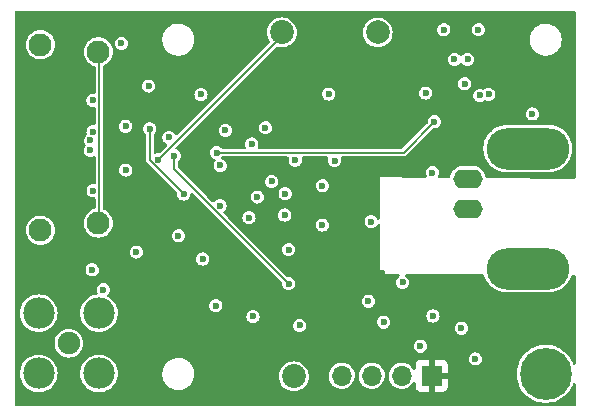
<source format=gbr>
%TF.GenerationSoftware,KiCad,Pcbnew,(6.0.4-0)*%
%TF.CreationDate,2023-05-29T14:49:53-05:00*%
%TF.ProjectId,voltage_sense,766f6c74-6167-4655-9f73-656e73652e6b,rev?*%
%TF.SameCoordinates,Original*%
%TF.FileFunction,Copper,L3,Inr*%
%TF.FilePolarity,Positive*%
%FSLAX46Y46*%
G04 Gerber Fmt 4.6, Leading zero omitted, Abs format (unit mm)*
G04 Created by KiCad (PCBNEW (6.0.4-0)) date 2023-05-29 14:49:53*
%MOMM*%
%LPD*%
G01*
G04 APERTURE LIST*
%TA.AperFunction,ComponentPad*%
%ADD10R,1.700000X1.700000*%
%TD*%
%TA.AperFunction,ComponentPad*%
%ADD11O,1.700000X1.700000*%
%TD*%
%TA.AperFunction,ComponentPad*%
%ADD12C,2.020000*%
%TD*%
%TA.AperFunction,ComponentPad*%
%ADD13C,2.000000*%
%TD*%
%TA.AperFunction,ComponentPad*%
%ADD14O,2.500000X1.600000*%
%TD*%
%TA.AperFunction,ComponentPad*%
%ADD15O,7.000000X3.500000*%
%TD*%
%TA.AperFunction,ComponentPad*%
%ADD16C,1.950000*%
%TD*%
%TA.AperFunction,ComponentPad*%
%ADD17C,4.400000*%
%TD*%
%TA.AperFunction,ComponentPad*%
%ADD18C,1.905000*%
%TD*%
%TA.AperFunction,ComponentPad*%
%ADD19C,2.667000*%
%TD*%
%TA.AperFunction,ViaPad*%
%ADD20C,0.600000*%
%TD*%
%TA.AperFunction,Conductor*%
%ADD21C,0.127000*%
%TD*%
G04 APERTURE END LIST*
D10*
%TO.N,+5V*%
%TO.C,J2*%
X35550000Y3168500D03*
D11*
%TO.N,-15V*%
X33010000Y3168500D03*
%TO.N,+15V*%
X30470000Y3168500D03*
%TO.N,GND*%
X27930000Y3168500D03*
%TD*%
D12*
%TO.N,Net-(C13-Pad2)*%
%TO.C,TP1*%
X23876000Y3111500D03*
%TD*%
D13*
%TO.N,GND*%
%TO.C,TP9*%
X30988000Y32225500D03*
%TD*%
D14*
%TO.N,Net-(J5-Pad1)*%
%TO.C,J5*%
X38608000Y17317500D03*
D15*
%TO.N,GND*%
X43688000Y22397500D03*
D14*
X38608000Y19857500D03*
D15*
X43688000Y12237500D03*
%TD*%
D16*
%TO.N,Net-(FB1-Pad1)*%
%TO.C,J4*%
X7318000Y16085500D03*
X2418000Y15485500D03*
X7318000Y30585500D03*
X2418000Y31185500D03*
%TD*%
D17*
%TO.N,Net-(H3-Pad1)*%
%TO.C,H3*%
X45200000Y3317500D03*
%TD*%
D12*
%TO.N,Net-(C1-Pad2)*%
%TO.C,TP2*%
X22860000Y32225500D03*
%TD*%
D18*
%TO.N,/vsense/SMA_OUT*%
%TO.C,J1*%
X4826000Y5905500D03*
D19*
%TO.N,GND*%
X7375900Y3355600D03*
%TO.N,N/C*%
X2276100Y3355600D03*
X2276100Y8455400D03*
X7375900Y8455400D03*
%TD*%
D20*
%TO.N,GND*%
X9271000Y31305500D03*
%TO.N,Net-(R12-Pad1)*%
X33080900Y11070800D03*
%TO.N,Net-(C12-Pad2)*%
X35653700Y8212500D03*
%TO.N,3V3_BUF*%
X20320000Y22785900D03*
X24370800Y7420400D03*
%TO.N,Net-(R6-Pad1)*%
X23114000Y16764700D03*
X20790600Y18301900D03*
%TO.N,Net-(C12-Pad1)*%
X38055500Y7192200D03*
X26835400Y27019000D03*
%TO.N,+3V3*%
X13761600Y21793600D03*
X23444900Y10967900D03*
%TO.N,/vsense/SCL*%
X17340700Y22058300D03*
X35762400Y24655100D03*
%TO.N,/vsense/SDA*%
X14554200Y18544300D03*
X11684700Y24060600D03*
X40375100Y26990500D03*
%TO.N,Net-(C7-Pad2)*%
X22003700Y19610700D03*
X13301900Y23338900D03*
%TO.N,Net-(C1-Pad2)*%
X12370900Y21457200D03*
%TO.N,-15V*%
X9646200Y24289900D03*
X20079000Y16553100D03*
X38592500Y29950500D03*
X7747000Y10461500D03*
X34589300Y5668200D03*
X18083500Y23939500D03*
X35603000Y20364500D03*
%TO.N,+15V*%
X30179200Y9472600D03*
X36576000Y32451700D03*
X21457500Y24158400D03*
X26289000Y19244100D03*
X27321200Y21383600D03*
X6658200Y23085500D03*
X23144200Y18579500D03*
X30425400Y16214600D03*
%TO.N,+5V*%
X10668000Y33723400D03*
X9873800Y15954800D03*
X13001900Y16700500D03*
X30831700Y8633500D03*
X30897900Y6689100D03*
X9666900Y27057600D03*
%TO.N,GND*%
X31487900Y7700400D03*
X6802800Y12128500D03*
X17272700Y9092800D03*
X20422100Y8178100D03*
X9649800Y20585500D03*
X6887200Y18819400D03*
X11576700Y27695000D03*
X35039000Y27100100D03*
X37479600Y29950500D03*
X6875700Y23837200D03*
X38328200Y27876200D03*
X39624000Y26896600D03*
X39497000Y32453600D03*
X44069000Y25330500D03*
X6650800Y22240300D03*
X6864900Y26489700D03*
X16171200Y13042500D03*
X10541000Y13642900D03*
X14102500Y15010200D03*
X16015000Y26973500D03*
X23993600Y21417700D03*
X26289000Y15928100D03*
X17641400Y20962900D03*
X17631600Y17561800D03*
X39258900Y4587400D03*
X23432000Y13825900D03*
%TD*%
D21*
%TO.N,Net-(FB1-Pad1)*%
X7412200Y30491300D02*
X7318000Y30585500D01*
X7412200Y16179700D02*
X7412200Y30491300D01*
X7318000Y16085500D02*
X7412200Y16179700D01*
%TO.N,+3V3*%
X13761600Y20651200D02*
X23444900Y10967900D01*
X13761600Y21793600D02*
X13761600Y20651200D01*
%TO.N,/vsense/SCL*%
X33165600Y22058300D02*
X35762400Y24655100D01*
X17340700Y22058300D02*
X33165600Y22058300D01*
%TO.N,/vsense/SDA*%
X11684700Y21413800D02*
X14554200Y18544300D01*
X11684700Y24060600D02*
X11684700Y21413800D01*
%TO.N,Net-(C1-Pad2)*%
X22860000Y31946300D02*
X22860000Y32225500D01*
X12370900Y21457200D02*
X22860000Y31946300D01*
%TD*%
%TA.AperFunction,Conductor*%
%TO.N,+5V*%
G36*
X47687621Y34042998D02*
G01*
X47734114Y33989342D01*
X47745500Y33937000D01*
X47745500Y19984251D01*
X47725498Y19916130D01*
X47671842Y19869637D01*
X47618809Y19858253D01*
X40227510Y19898776D01*
X40159500Y19919151D01*
X40113302Y19973061D01*
X40102720Y20013353D01*
X40099393Y20049909D01*
X40099393Y20049910D01*
X40098834Y20056050D01*
X40092831Y20076448D01*
X40042188Y20248515D01*
X40040446Y20254434D01*
X40009574Y20313486D01*
X39947492Y20432239D01*
X39947489Y20432243D01*
X39944637Y20437699D01*
X39939089Y20444600D01*
X39828370Y20582307D01*
X39815057Y20598865D01*
X39656640Y20731792D01*
X39475422Y20831418D01*
X39278304Y20893947D01*
X39272187Y20894633D01*
X39272183Y20894634D01*
X39196163Y20903161D01*
X39117360Y20912000D01*
X38105966Y20912000D01*
X37952189Y20896922D01*
X37754217Y20837151D01*
X37700007Y20808327D01*
X37577067Y20742959D01*
X37577064Y20742957D01*
X37571625Y20740065D01*
X37566855Y20736174D01*
X37566851Y20736172D01*
X37416143Y20613258D01*
X37416140Y20613255D01*
X37411368Y20609363D01*
X37407441Y20604616D01*
X37407439Y20604614D01*
X37283478Y20454771D01*
X37283475Y20454766D01*
X37279550Y20450022D01*
X37276620Y20444603D01*
X37276618Y20444600D01*
X37184122Y20273532D01*
X37184120Y20273527D01*
X37181192Y20268112D01*
X37120040Y20070563D01*
X37119397Y20064441D01*
X37119396Y20064438D01*
X37115709Y20029354D01*
X37088696Y19963697D01*
X37030475Y19923067D01*
X36989711Y19916526D01*
X36207287Y19920816D01*
X36139278Y19941191D01*
X36093080Y19995101D01*
X36083362Y20065429D01*
X36091570Y20095032D01*
X36140068Y20212117D01*
X36143228Y20219746D01*
X36147016Y20248515D01*
X36161207Y20356312D01*
X36162285Y20364500D01*
X36158490Y20393328D01*
X36144306Y20501068D01*
X36144305Y20501070D01*
X36143228Y20509254D01*
X36087355Y20644142D01*
X36027560Y20722068D01*
X36003501Y20753423D01*
X36003500Y20753424D01*
X35998474Y20759974D01*
X35991924Y20765000D01*
X35991921Y20765003D01*
X35889196Y20843827D01*
X35889194Y20843828D01*
X35882643Y20848855D01*
X35747754Y20904728D01*
X35720121Y20908366D01*
X35611188Y20922707D01*
X35603000Y20923785D01*
X35594812Y20922707D01*
X35466432Y20905806D01*
X35466430Y20905805D01*
X35458246Y20904728D01*
X35449072Y20900928D01*
X35330986Y20852015D01*
X35330984Y20852014D01*
X35323358Y20848855D01*
X35207526Y20759974D01*
X35118645Y20644142D01*
X35062772Y20509254D01*
X35061695Y20501070D01*
X35061694Y20501068D01*
X35047510Y20393328D01*
X35043715Y20364500D01*
X35044793Y20356312D01*
X35058985Y20248515D01*
X35062772Y20219746D01*
X35065932Y20212117D01*
X35111676Y20101681D01*
X35119265Y20031092D01*
X35087486Y19967605D01*
X35026428Y19931377D01*
X34994576Y19927465D01*
X31193044Y19948307D01*
X31193043Y19948307D01*
X31174929Y19948406D01*
X31174894Y19934767D01*
X31174894Y19934766D01*
X31173471Y19377607D01*
X31166152Y16512602D01*
X31166141Y16508397D01*
X31145965Y16440328D01*
X31092190Y16393972D01*
X31021891Y16384048D01*
X30957386Y16413706D01*
X30923733Y16460499D01*
X30912917Y16486609D01*
X30912916Y16486611D01*
X30909755Y16494242D01*
X30820874Y16610074D01*
X30814324Y16615100D01*
X30814321Y16615103D01*
X30711596Y16693927D01*
X30711594Y16693928D01*
X30705043Y16698955D01*
X30570154Y16754828D01*
X30425400Y16773885D01*
X30417212Y16772807D01*
X30288832Y16755906D01*
X30288830Y16755905D01*
X30280646Y16754828D01*
X30232830Y16735022D01*
X30153386Y16702115D01*
X30153384Y16702114D01*
X30145758Y16698955D01*
X30029926Y16610074D01*
X29941045Y16494242D01*
X29937886Y16486616D01*
X29937885Y16486614D01*
X29934527Y16478507D01*
X29885172Y16359354D01*
X29884095Y16351170D01*
X29884094Y16351168D01*
X29873864Y16273458D01*
X29866115Y16214600D01*
X29867193Y16206412D01*
X29881517Y16097611D01*
X29885172Y16069846D01*
X29941045Y15934958D01*
X29962022Y15907620D01*
X29989981Y15871184D01*
X30029926Y15819126D01*
X30036476Y15814100D01*
X30036479Y15814097D01*
X30086493Y15775720D01*
X30145757Y15730245D01*
X30280646Y15674372D01*
X30288834Y15673294D01*
X30353023Y15664844D01*
X30425400Y15655315D01*
X30433588Y15656393D01*
X30561966Y15673294D01*
X30570154Y15674372D01*
X30705043Y15730245D01*
X30764307Y15775720D01*
X30814321Y15814097D01*
X30814324Y15814100D01*
X30820874Y15819126D01*
X30860820Y15871184D01*
X30888778Y15907620D01*
X30909755Y15934958D01*
X30912917Y15942591D01*
X30922221Y15965051D01*
X30966770Y16020331D01*
X31034133Y16042751D01*
X31102925Y16025192D01*
X31151302Y15973229D01*
X31164629Y15916511D01*
X31159288Y13825900D01*
X31155666Y12408142D01*
X31154994Y12145273D01*
X31168079Y12145051D01*
X31168080Y12145051D01*
X31389950Y12141293D01*
X31453391Y12140218D01*
X31521163Y12119065D01*
X31566741Y12064629D01*
X31577255Y12013487D01*
X31577033Y11976120D01*
X31575880Y11782098D01*
X31589471Y11782037D01*
X31589473Y11782037D01*
X32272795Y11778995D01*
X32719757Y11777005D01*
X32787787Y11756700D01*
X32834041Y11702837D01*
X32843831Y11632519D01*
X32814051Y11568070D01*
X32795899Y11551044D01*
X32691976Y11471301D01*
X32691972Y11471297D01*
X32685426Y11466274D01*
X32596545Y11350442D01*
X32540672Y11215554D01*
X32539595Y11207370D01*
X32539594Y11207368D01*
X32536499Y11183855D01*
X32521615Y11070800D01*
X32522693Y11062612D01*
X32528200Y11020785D01*
X32540672Y10926046D01*
X32596545Y10791158D01*
X32629897Y10747693D01*
X32661337Y10706720D01*
X32685426Y10675326D01*
X32691976Y10670300D01*
X32691979Y10670297D01*
X32794704Y10591473D01*
X32801257Y10586445D01*
X32936146Y10530572D01*
X33080900Y10511515D01*
X33089088Y10512593D01*
X33217466Y10529494D01*
X33225654Y10530572D01*
X33360543Y10586445D01*
X33367096Y10591473D01*
X33469821Y10670297D01*
X33469824Y10670300D01*
X33476374Y10675326D01*
X33500464Y10706720D01*
X33531903Y10747693D01*
X33565255Y10791158D01*
X33621128Y10926046D01*
X33633601Y11020785D01*
X33639107Y11062612D01*
X33640185Y11070800D01*
X33625301Y11183855D01*
X33622206Y11207368D01*
X33622205Y11207370D01*
X33621128Y11215554D01*
X33565255Y11350442D01*
X33500044Y11435427D01*
X33481401Y11459723D01*
X33481400Y11459724D01*
X33476374Y11466274D01*
X33469823Y11471301D01*
X33469821Y11471303D01*
X33370123Y11547804D01*
X33328256Y11605142D01*
X33324034Y11676013D01*
X33358798Y11737916D01*
X33421511Y11771197D01*
X33447386Y11773765D01*
X37563254Y11755438D01*
X39897587Y11745044D01*
X39965618Y11724739D01*
X40011872Y11670876D01*
X40015908Y11660795D01*
X40093662Y11439384D01*
X40095715Y11435433D01*
X40095717Y11435427D01*
X40189912Y11254093D01*
X40224517Y11187476D01*
X40227100Y11183861D01*
X40227104Y11183855D01*
X40302044Y11078988D01*
X40389561Y10956520D01*
X40585501Y10751123D01*
X40588997Y10748367D01*
X40588998Y10748366D01*
X40673554Y10681707D01*
X40808426Y10575382D01*
X40880132Y10533732D01*
X41050042Y10435040D01*
X41050048Y10435037D01*
X41053889Y10432806D01*
X41058012Y10431136D01*
X41312861Y10327911D01*
X41312869Y10327908D01*
X41316993Y10326238D01*
X41592488Y10257805D01*
X41834586Y10233000D01*
X45510311Y10233000D01*
X45721158Y10247929D01*
X45725513Y10248867D01*
X45725516Y10248867D01*
X45994319Y10306739D01*
X45994321Y10306739D01*
X45998666Y10307675D01*
X46264987Y10405926D01*
X46269971Y10408615D01*
X46510892Y10538609D01*
X46514808Y10540722D01*
X46743144Y10709373D01*
X46767668Y10733514D01*
X46898184Y10861997D01*
X46945438Y10908514D01*
X47014166Y10998569D01*
X47114950Y11130628D01*
X47114953Y11130632D01*
X47117655Y11134173D01*
X47256359Y11381845D01*
X47280248Y11443593D01*
X47312169Y11526107D01*
X47352667Y11630787D01*
X47395900Y11687101D01*
X47462716Y11711103D01*
X47470729Y11711323D01*
X47620062Y11710658D01*
X47688092Y11690353D01*
X47734346Y11636490D01*
X47745500Y11584659D01*
X47745500Y4221719D01*
X47725498Y4153598D01*
X47671842Y4107105D01*
X47601568Y4097001D01*
X47536988Y4126495D01*
X47499667Y4182783D01*
X47487875Y4219074D01*
X47486649Y4222848D01*
X47355147Y4502302D01*
X47351288Y4508384D01*
X47220977Y4713720D01*
X47189658Y4763071D01*
X46992791Y5001043D01*
X46767651Y5212464D01*
X46684707Y5272726D01*
X46520996Y5391669D01*
X46520991Y5391672D01*
X46517787Y5394000D01*
X46350217Y5486123D01*
X46250604Y5540886D01*
X46250601Y5540888D01*
X46247142Y5542789D01*
X45959982Y5656484D01*
X45660837Y5733291D01*
X45354424Y5772000D01*
X45045576Y5772000D01*
X44739163Y5733291D01*
X44440018Y5656484D01*
X44152858Y5542789D01*
X44149399Y5540888D01*
X44149396Y5540886D01*
X44049783Y5486123D01*
X43882213Y5394000D01*
X43879009Y5391672D01*
X43879004Y5391669D01*
X43715293Y5272726D01*
X43632349Y5212464D01*
X43407209Y5001043D01*
X43210342Y4763071D01*
X43179023Y4713720D01*
X43048713Y4508384D01*
X43044853Y4502302D01*
X42913351Y4222848D01*
X42817912Y3929116D01*
X42760040Y3625739D01*
X42740647Y3317500D01*
X42760040Y3009261D01*
X42817912Y2705884D01*
X42913351Y2412152D01*
X43044853Y2132698D01*
X43046971Y2129360D01*
X43046973Y2129357D01*
X43140515Y1981959D01*
X43210342Y1871929D01*
X43407209Y1633957D01*
X43632349Y1422536D01*
X43635551Y1420209D01*
X43635553Y1420208D01*
X43879004Y1243331D01*
X43879009Y1243328D01*
X43882213Y1241000D01*
X44152858Y1092211D01*
X44440018Y978516D01*
X44739163Y901709D01*
X45045576Y863000D01*
X45354424Y863000D01*
X45660837Y901709D01*
X45959982Y978516D01*
X46247142Y1092211D01*
X46517787Y1241000D01*
X46520991Y1243328D01*
X46520996Y1243331D01*
X46764447Y1420208D01*
X46764449Y1420209D01*
X46767651Y1422536D01*
X46992791Y1633957D01*
X47189658Y1871929D01*
X47259485Y1981959D01*
X47353027Y2129357D01*
X47353029Y2129360D01*
X47355147Y2132698D01*
X47486649Y2412152D01*
X47499667Y2452217D01*
X47539741Y2510823D01*
X47605137Y2538460D01*
X47675094Y2526353D01*
X47727400Y2478347D01*
X47745500Y2413281D01*
X47745500Y698000D01*
X47725498Y629879D01*
X47671842Y583386D01*
X47619500Y572000D01*
X380500Y572000D01*
X312379Y592002D01*
X265886Y645658D01*
X254500Y698000D01*
X254500Y3355600D01*
X683190Y3355600D01*
X702801Y3106414D01*
X711237Y3071278D01*
X753183Y2896563D01*
X761153Y2863364D01*
X763043Y2858801D01*
X763045Y2858795D01*
X824767Y2709785D01*
X856807Y2632434D01*
X987409Y2419311D01*
X1149743Y2229243D01*
X1339811Y2066909D01*
X1552934Y1936307D01*
X1557504Y1934414D01*
X1557508Y1934412D01*
X1779295Y1842545D01*
X1779301Y1842543D01*
X1783864Y1840653D01*
X1788664Y1839501D01*
X1788669Y1839499D01*
X1869797Y1820022D01*
X2026914Y1782301D01*
X2276100Y1762690D01*
X2525286Y1782301D01*
X2682403Y1820022D01*
X2763531Y1839499D01*
X2763536Y1839501D01*
X2768336Y1840653D01*
X2772899Y1842543D01*
X2772905Y1842545D01*
X2994692Y1934412D01*
X2994696Y1934414D01*
X2999266Y1936307D01*
X3212389Y2066909D01*
X3402457Y2229243D01*
X3564791Y2419311D01*
X3695393Y2632434D01*
X3727433Y2709785D01*
X3789155Y2858795D01*
X3789157Y2858801D01*
X3791047Y2863364D01*
X3799018Y2896563D01*
X3840963Y3071278D01*
X3849399Y3106414D01*
X3869010Y3355600D01*
X5782990Y3355600D01*
X5802601Y3106414D01*
X5811037Y3071278D01*
X5852983Y2896563D01*
X5860953Y2863364D01*
X5862843Y2858801D01*
X5862845Y2858795D01*
X5924567Y2709785D01*
X5956607Y2632434D01*
X6087209Y2419311D01*
X6249543Y2229243D01*
X6439611Y2066909D01*
X6652734Y1936307D01*
X6657304Y1934414D01*
X6657308Y1934412D01*
X6879095Y1842545D01*
X6879101Y1842543D01*
X6883664Y1840653D01*
X6888464Y1839501D01*
X6888469Y1839499D01*
X6969597Y1820022D01*
X7126714Y1782301D01*
X7375900Y1762690D01*
X7625086Y1782301D01*
X7782203Y1820022D01*
X7863331Y1839499D01*
X7863336Y1839501D01*
X7868136Y1840653D01*
X7872699Y1842543D01*
X7872705Y1842545D01*
X8094492Y1934412D01*
X8094496Y1934414D01*
X8099066Y1936307D01*
X8312189Y2066909D01*
X8502257Y2229243D01*
X8664591Y2419311D01*
X8795193Y2632434D01*
X8827233Y2709785D01*
X8888955Y2858795D01*
X8888957Y2858801D01*
X8890847Y2863364D01*
X8898818Y2896563D01*
X8940763Y3071278D01*
X8949199Y3106414D01*
X8968810Y3355600D01*
X8966769Y3381536D01*
X12742112Y3381536D01*
X12742312Y3376208D01*
X12742312Y3376206D01*
X12744464Y3318901D01*
X12743705Y3318872D01*
X12744034Y3317484D01*
X12744340Y3317511D01*
X12744374Y3317123D01*
X12744465Y3315662D01*
X12744523Y3315415D01*
X12744648Y3313993D01*
X12750736Y3151831D01*
X12751831Y3146612D01*
X12764628Y3085621D01*
X12763861Y3085460D01*
X12764841Y3083184D01*
X12764937Y3082092D01*
X12766361Y3076778D01*
X12766464Y3076193D01*
X12767635Y3071290D01*
X12797939Y2926863D01*
X12806934Y2904086D01*
X12823975Y2860934D01*
X12824724Y2858959D01*
X12826097Y2853837D01*
X12828422Y2848851D01*
X12828423Y2848849D01*
X12828947Y2847725D01*
X12831934Y2840783D01*
X12882372Y2713064D01*
X12919273Y2652254D01*
X12920811Y2649374D01*
X12920890Y2649420D01*
X12923639Y2644659D01*
X12925965Y2639671D01*
X12929122Y2635163D01*
X12929124Y2635159D01*
X12930674Y2632945D01*
X12935181Y2626038D01*
X12990027Y2535655D01*
X13001621Y2516548D01*
X13005116Y2512521D01*
X13005117Y2512519D01*
X13051993Y2458500D01*
X13055555Y2453937D01*
X13058347Y2450610D01*
X13061505Y2446099D01*
X13067791Y2439813D01*
X13073861Y2433299D01*
X13119705Y2380469D01*
X13152276Y2342934D01*
X13196753Y2306465D01*
X13216309Y2290430D01*
X13223574Y2283848D01*
X13224706Y2282898D01*
X13228599Y2279005D01*
X13233103Y2275851D01*
X13233108Y2275847D01*
X13235936Y2273867D01*
X13243554Y2268090D01*
X13325901Y2200569D01*
X13325907Y2200565D01*
X13330029Y2197185D01*
X13340178Y2191408D01*
X13407355Y2153169D01*
X13417296Y2146878D01*
X13417660Y2146623D01*
X13417667Y2146619D01*
X13422171Y2143465D01*
X13427155Y2141141D01*
X13427160Y2141138D01*
X13429875Y2139872D01*
X13438952Y2135182D01*
X13472935Y2115838D01*
X13529798Y2083470D01*
X13591660Y2061015D01*
X13619498Y2050910D01*
X13629753Y2046667D01*
X13631348Y2045923D01*
X13631350Y2045922D01*
X13636337Y2043597D01*
X13641653Y2042173D01*
X13641655Y2042172D01*
X13642719Y2041887D01*
X13643702Y2041624D01*
X13654081Y2038357D01*
X13745871Y2005039D01*
X13846443Y1986852D01*
X13856616Y1984574D01*
X13864592Y1982437D01*
X13870990Y1981877D01*
X13882412Y1980348D01*
X13972069Y1964136D01*
X13976208Y1963941D01*
X13976215Y1963940D01*
X13994670Y1963070D01*
X13994677Y1963070D01*
X13996158Y1963000D01*
X14157712Y1963000D01*
X14237444Y1969765D01*
X14323733Y1977087D01*
X14323737Y1977088D01*
X14329044Y1977538D01*
X14334199Y1978876D01*
X14334205Y1978877D01*
X14546368Y2033944D01*
X14546367Y2033944D01*
X14551539Y2035286D01*
X14698412Y2101448D01*
X14756262Y2127507D01*
X14756265Y2127508D01*
X14761123Y2129697D01*
X14951803Y2258070D01*
X14978826Y2283848D01*
X15109560Y2408563D01*
X15118128Y2416736D01*
X15144984Y2452831D01*
X15252156Y2596876D01*
X15255342Y2601158D01*
X15259415Y2609168D01*
X15357102Y2801306D01*
X15357102Y2801307D01*
X15359520Y2806062D01*
X15427685Y3025589D01*
X15439072Y3111500D01*
X22606670Y3111500D01*
X22625954Y2891083D01*
X22627378Y2885770D01*
X22627378Y2885768D01*
X22671044Y2722807D01*
X22683220Y2677364D01*
X22685543Y2672383D01*
X22685543Y2672382D01*
X22774402Y2481822D01*
X22774405Y2481817D01*
X22776728Y2476835D01*
X22779884Y2472328D01*
X22779885Y2472326D01*
X22824533Y2408563D01*
X22903637Y2295590D01*
X23060090Y2139137D01*
X23064598Y2135980D01*
X23064601Y2135978D01*
X23210321Y2033944D01*
X23241335Y2012228D01*
X23246317Y2009905D01*
X23246322Y2009902D01*
X23404148Y1936307D01*
X23441864Y1918720D01*
X23447172Y1917298D01*
X23447174Y1917297D01*
X23650268Y1862878D01*
X23650270Y1862878D01*
X23655583Y1861454D01*
X23876000Y1842170D01*
X24096417Y1861454D01*
X24101730Y1862878D01*
X24101732Y1862878D01*
X24304826Y1917297D01*
X24304828Y1917298D01*
X24310136Y1918720D01*
X24347852Y1936307D01*
X24505678Y2009902D01*
X24505683Y2009905D01*
X24510665Y2012228D01*
X24541679Y2033944D01*
X24687399Y2135978D01*
X24687402Y2135980D01*
X24691910Y2139137D01*
X24848363Y2295590D01*
X24927468Y2408563D01*
X24972115Y2472326D01*
X24972116Y2472328D01*
X24975272Y2476835D01*
X24977595Y2481817D01*
X24977598Y2481822D01*
X25066457Y2672382D01*
X25066457Y2672383D01*
X25068780Y2677364D01*
X25080957Y2722807D01*
X25124622Y2885768D01*
X25124622Y2885770D01*
X25126046Y2891083D01*
X25145330Y3111500D01*
X25137803Y3197536D01*
X26821148Y3197536D01*
X26834424Y2994978D01*
X26835845Y2989382D01*
X26835846Y2989377D01*
X26871822Y2847725D01*
X26884392Y2798231D01*
X26886809Y2792988D01*
X26923654Y2713064D01*
X26969377Y2613884D01*
X26972710Y2609168D01*
X27082688Y2453552D01*
X27086533Y2448111D01*
X27090675Y2444076D01*
X27147637Y2388587D01*
X27231938Y2306465D01*
X27236742Y2303255D01*
X27284829Y2271124D01*
X27400720Y2193688D01*
X27406023Y2191410D01*
X27406026Y2191408D01*
X27554761Y2127507D01*
X27587228Y2113558D01*
X27660244Y2097036D01*
X27779579Y2070033D01*
X27779584Y2070032D01*
X27785216Y2068758D01*
X27790987Y2068531D01*
X27790989Y2068531D01*
X27850756Y2066183D01*
X27988053Y2060788D01*
X28088499Y2075352D01*
X28183231Y2089087D01*
X28183236Y2089088D01*
X28188945Y2089916D01*
X28194409Y2091771D01*
X28194414Y2091772D01*
X28375693Y2153308D01*
X28375698Y2153310D01*
X28381165Y2155166D01*
X28558276Y2254353D01*
X28562746Y2258070D01*
X28709913Y2380469D01*
X28714345Y2384155D01*
X28740769Y2415926D01*
X28840453Y2535782D01*
X28840455Y2535785D01*
X28844147Y2540224D01*
X28923923Y2682674D01*
X28940510Y2712292D01*
X28940511Y2712294D01*
X28943334Y2717335D01*
X28945190Y2722802D01*
X28945192Y2722807D01*
X29006728Y2904086D01*
X29006729Y2904091D01*
X29008584Y2909555D01*
X29009412Y2915264D01*
X29009413Y2915269D01*
X29032745Y3076193D01*
X29037712Y3110447D01*
X29039232Y3168500D01*
X29036564Y3197536D01*
X29361148Y3197536D01*
X29374424Y2994978D01*
X29375845Y2989382D01*
X29375846Y2989377D01*
X29411822Y2847725D01*
X29424392Y2798231D01*
X29426809Y2792988D01*
X29463654Y2713064D01*
X29509377Y2613884D01*
X29512710Y2609168D01*
X29622688Y2453552D01*
X29626533Y2448111D01*
X29630675Y2444076D01*
X29687637Y2388587D01*
X29771938Y2306465D01*
X29776742Y2303255D01*
X29824829Y2271124D01*
X29940720Y2193688D01*
X29946023Y2191410D01*
X29946026Y2191408D01*
X30094761Y2127507D01*
X30127228Y2113558D01*
X30200244Y2097036D01*
X30319579Y2070033D01*
X30319584Y2070032D01*
X30325216Y2068758D01*
X30330987Y2068531D01*
X30330989Y2068531D01*
X30390756Y2066183D01*
X30528053Y2060788D01*
X30628499Y2075352D01*
X30723231Y2089087D01*
X30723236Y2089088D01*
X30728945Y2089916D01*
X30734409Y2091771D01*
X30734414Y2091772D01*
X30915693Y2153308D01*
X30915698Y2153310D01*
X30921165Y2155166D01*
X31098276Y2254353D01*
X31102746Y2258070D01*
X31249913Y2380469D01*
X31254345Y2384155D01*
X31280769Y2415926D01*
X31380453Y2535782D01*
X31380455Y2535785D01*
X31384147Y2540224D01*
X31463923Y2682674D01*
X31480510Y2712292D01*
X31480511Y2712294D01*
X31483334Y2717335D01*
X31485190Y2722802D01*
X31485192Y2722807D01*
X31546728Y2904086D01*
X31546729Y2904091D01*
X31548584Y2909555D01*
X31549412Y2915264D01*
X31549413Y2915269D01*
X31572745Y3076193D01*
X31577712Y3110447D01*
X31579232Y3168500D01*
X31576564Y3197536D01*
X31901148Y3197536D01*
X31914424Y2994978D01*
X31915845Y2989382D01*
X31915846Y2989377D01*
X31951822Y2847725D01*
X31964392Y2798231D01*
X31966809Y2792988D01*
X32003654Y2713064D01*
X32049377Y2613884D01*
X32052710Y2609168D01*
X32162688Y2453552D01*
X32166533Y2448111D01*
X32170675Y2444076D01*
X32227637Y2388587D01*
X32311938Y2306465D01*
X32316742Y2303255D01*
X32364829Y2271124D01*
X32480720Y2193688D01*
X32486023Y2191410D01*
X32486026Y2191408D01*
X32634761Y2127507D01*
X32667228Y2113558D01*
X32740244Y2097036D01*
X32859579Y2070033D01*
X32859584Y2070032D01*
X32865216Y2068758D01*
X32870987Y2068531D01*
X32870989Y2068531D01*
X32930756Y2066183D01*
X33068053Y2060788D01*
X33168499Y2075352D01*
X33263231Y2089087D01*
X33263236Y2089088D01*
X33268945Y2089916D01*
X33274409Y2091771D01*
X33274414Y2091772D01*
X33455693Y2153308D01*
X33455698Y2153310D01*
X33461165Y2155166D01*
X33638276Y2254353D01*
X33642746Y2258070D01*
X33789913Y2380469D01*
X33794345Y2384155D01*
X33820769Y2415926D01*
X33920453Y2535782D01*
X33920455Y2535785D01*
X33924147Y2540224D01*
X33926969Y2545264D01*
X33926973Y2545269D01*
X33956067Y2597221D01*
X34006804Y2646883D01*
X34076335Y2661230D01*
X34142586Y2635709D01*
X34184522Y2578420D01*
X34192001Y2535655D01*
X34192001Y2273831D01*
X34192371Y2267010D01*
X34197895Y2216148D01*
X34201521Y2200896D01*
X34246676Y2080446D01*
X34255214Y2064851D01*
X34331715Y1962776D01*
X34344276Y1950215D01*
X34446351Y1873714D01*
X34461946Y1865176D01*
X34582394Y1820022D01*
X34597649Y1816395D01*
X34648514Y1810869D01*
X34655328Y1810500D01*
X35277885Y1810500D01*
X35293124Y1814975D01*
X35294329Y1816365D01*
X35296000Y1824048D01*
X35296000Y1828616D01*
X35804000Y1828616D01*
X35808475Y1813377D01*
X35809865Y1812172D01*
X35817548Y1810501D01*
X36444669Y1810501D01*
X36451490Y1810871D01*
X36502352Y1816395D01*
X36517604Y1820021D01*
X36638054Y1865176D01*
X36653649Y1873714D01*
X36755724Y1950215D01*
X36768285Y1962776D01*
X36844786Y2064851D01*
X36853324Y2080446D01*
X36898478Y2200894D01*
X36902105Y2216149D01*
X36907631Y2267014D01*
X36908000Y2273828D01*
X36908000Y2896385D01*
X36903525Y2911624D01*
X36902135Y2912829D01*
X36894452Y2914500D01*
X35822115Y2914500D01*
X35806876Y2910025D01*
X35805671Y2908635D01*
X35804000Y2900952D01*
X35804000Y1828616D01*
X35296000Y1828616D01*
X35296000Y3440615D01*
X35804000Y3440615D01*
X35808475Y3425376D01*
X35809865Y3424171D01*
X35817548Y3422500D01*
X36889884Y3422500D01*
X36905123Y3426975D01*
X36906328Y3428365D01*
X36907999Y3436048D01*
X36907999Y4063169D01*
X36907629Y4069990D01*
X36902105Y4120852D01*
X36898479Y4136104D01*
X36853324Y4256554D01*
X36844786Y4272149D01*
X36768285Y4374224D01*
X36755724Y4386785D01*
X36653649Y4463286D01*
X36638054Y4471824D01*
X36517606Y4516978D01*
X36502351Y4520605D01*
X36451486Y4526131D01*
X36444672Y4526500D01*
X35822115Y4526500D01*
X35806876Y4522025D01*
X35805671Y4520635D01*
X35804000Y4512952D01*
X35804000Y3440615D01*
X35296000Y3440615D01*
X35296000Y4508384D01*
X35291525Y4523623D01*
X35290135Y4524828D01*
X35282452Y4526499D01*
X34655331Y4526499D01*
X34648510Y4526129D01*
X34597648Y4520605D01*
X34582396Y4516979D01*
X34461946Y4471824D01*
X34446351Y4463286D01*
X34344276Y4386785D01*
X34331715Y4374224D01*
X34255214Y4272149D01*
X34246676Y4256554D01*
X34201522Y4136106D01*
X34197895Y4120851D01*
X34192369Y4069986D01*
X34192000Y4063172D01*
X34192000Y3808340D01*
X34171998Y3740219D01*
X34118342Y3693726D01*
X34048068Y3683622D01*
X33983488Y3713116D01*
X33958567Y3742506D01*
X33958331Y3742892D01*
X33955776Y3748072D01*
X33834320Y3910721D01*
X33685258Y4048513D01*
X33680375Y4051594D01*
X33680371Y4051597D01*
X33518464Y4153752D01*
X33513581Y4156833D01*
X33325039Y4232054D01*
X33319379Y4233180D01*
X33319375Y4233181D01*
X33131613Y4270529D01*
X33131610Y4270529D01*
X33125946Y4271656D01*
X33120171Y4271732D01*
X33120167Y4271732D01*
X33018793Y4273059D01*
X32922971Y4274313D01*
X32917274Y4273334D01*
X32917273Y4273334D01*
X32819620Y4256554D01*
X32722910Y4239936D01*
X32532463Y4169676D01*
X32358010Y4065888D01*
X32353670Y4062082D01*
X32353666Y4062079D01*
X32263191Y3982734D01*
X32205392Y3932045D01*
X32201817Y3927510D01*
X32201816Y3927509D01*
X32191675Y3914645D01*
X32079720Y3772631D01*
X32077031Y3767520D01*
X32077029Y3767517D01*
X32062667Y3740219D01*
X31985203Y3592985D01*
X31925007Y3399122D01*
X31901148Y3197536D01*
X31576564Y3197536D01*
X31565576Y3317123D01*
X31561187Y3364887D01*
X31561186Y3364890D01*
X31560658Y3370641D01*
X31559090Y3376201D01*
X31507125Y3560454D01*
X31507124Y3560456D01*
X31505557Y3566013D01*
X31494978Y3587467D01*
X31418331Y3742891D01*
X31415776Y3748072D01*
X31294320Y3910721D01*
X31145258Y4048513D01*
X31140375Y4051594D01*
X31140371Y4051597D01*
X30978464Y4153752D01*
X30973581Y4156833D01*
X30785039Y4232054D01*
X30779379Y4233180D01*
X30779375Y4233181D01*
X30591613Y4270529D01*
X30591610Y4270529D01*
X30585946Y4271656D01*
X30580171Y4271732D01*
X30580167Y4271732D01*
X30478793Y4273059D01*
X30382971Y4274313D01*
X30377274Y4273334D01*
X30377273Y4273334D01*
X30279620Y4256554D01*
X30182910Y4239936D01*
X29992463Y4169676D01*
X29818010Y4065888D01*
X29813670Y4062082D01*
X29813666Y4062079D01*
X29723191Y3982734D01*
X29665392Y3932045D01*
X29661817Y3927510D01*
X29661816Y3927509D01*
X29651675Y3914645D01*
X29539720Y3772631D01*
X29537031Y3767520D01*
X29537029Y3767517D01*
X29522667Y3740219D01*
X29445203Y3592985D01*
X29385007Y3399122D01*
X29361148Y3197536D01*
X29036564Y3197536D01*
X29025576Y3317123D01*
X29021187Y3364887D01*
X29021186Y3364890D01*
X29020658Y3370641D01*
X29019090Y3376201D01*
X28967125Y3560454D01*
X28967124Y3560456D01*
X28965557Y3566013D01*
X28954978Y3587467D01*
X28878331Y3742891D01*
X28875776Y3748072D01*
X28754320Y3910721D01*
X28605258Y4048513D01*
X28600375Y4051594D01*
X28600371Y4051597D01*
X28438464Y4153752D01*
X28433581Y4156833D01*
X28245039Y4232054D01*
X28239379Y4233180D01*
X28239375Y4233181D01*
X28051613Y4270529D01*
X28051610Y4270529D01*
X28045946Y4271656D01*
X28040171Y4271732D01*
X28040167Y4271732D01*
X27938793Y4273059D01*
X27842971Y4274313D01*
X27837274Y4273334D01*
X27837273Y4273334D01*
X27739620Y4256554D01*
X27642910Y4239936D01*
X27452463Y4169676D01*
X27278010Y4065888D01*
X27273670Y4062082D01*
X27273666Y4062079D01*
X27183191Y3982734D01*
X27125392Y3932045D01*
X27121817Y3927510D01*
X27121816Y3927509D01*
X27111675Y3914645D01*
X26999720Y3772631D01*
X26997031Y3767520D01*
X26997029Y3767517D01*
X26982667Y3740219D01*
X26905203Y3592985D01*
X26845007Y3399122D01*
X26821148Y3197536D01*
X25137803Y3197536D01*
X25126046Y3331917D01*
X25109576Y3393385D01*
X25070203Y3540326D01*
X25070202Y3540328D01*
X25068780Y3545636D01*
X25061870Y3560454D01*
X24977598Y3741178D01*
X24977595Y3741183D01*
X24975272Y3746165D01*
X24960321Y3767517D01*
X24851522Y3922899D01*
X24851520Y3922902D01*
X24848363Y3927410D01*
X24691910Y4083863D01*
X24687402Y4087020D01*
X24687399Y4087022D01*
X24515174Y4207615D01*
X24515172Y4207616D01*
X24510665Y4210772D01*
X24505683Y4213095D01*
X24505678Y4213098D01*
X24315118Y4301957D01*
X24315117Y4301957D01*
X24310136Y4304280D01*
X24304828Y4305702D01*
X24304826Y4305703D01*
X24101732Y4360122D01*
X24101730Y4360122D01*
X24096417Y4361546D01*
X23876000Y4380830D01*
X23655583Y4361546D01*
X23650270Y4360122D01*
X23650268Y4360122D01*
X23447174Y4305703D01*
X23447172Y4305702D01*
X23441864Y4304280D01*
X23436883Y4301957D01*
X23436882Y4301957D01*
X23246322Y4213098D01*
X23246317Y4213095D01*
X23241335Y4210772D01*
X23236828Y4207616D01*
X23236826Y4207615D01*
X23064601Y4087022D01*
X23064598Y4087020D01*
X23060090Y4083863D01*
X22903637Y3927410D01*
X22900480Y3922902D01*
X22900478Y3922899D01*
X22791679Y3767517D01*
X22776728Y3746165D01*
X22774405Y3741183D01*
X22774402Y3741178D01*
X22690130Y3560454D01*
X22683220Y3545636D01*
X22681798Y3540328D01*
X22681797Y3540326D01*
X22642424Y3393385D01*
X22625954Y3331917D01*
X22606670Y3111500D01*
X15439072Y3111500D01*
X15439424Y3114156D01*
X15457188Y3248181D01*
X15457188Y3248184D01*
X15457888Y3253464D01*
X15455536Y3316099D01*
X15456295Y3316128D01*
X15455966Y3317516D01*
X15455660Y3317489D01*
X15455626Y3317877D01*
X15455535Y3319338D01*
X15455477Y3319585D01*
X15455352Y3321007D01*
X15449264Y3483169D01*
X15435372Y3549379D01*
X15436139Y3549540D01*
X15435159Y3551816D01*
X15435063Y3552908D01*
X15433639Y3558222D01*
X15433536Y3558807D01*
X15432362Y3563722D01*
X15431882Y3566013D01*
X15402061Y3708137D01*
X15376025Y3774066D01*
X15375276Y3776041D01*
X15373903Y3781163D01*
X15371053Y3787275D01*
X15368066Y3794217D01*
X15317628Y3921936D01*
X15280727Y3982746D01*
X15279189Y3985626D01*
X15279110Y3985580D01*
X15276361Y3990341D01*
X15274035Y3995329D01*
X15270876Y3999841D01*
X15269326Y4002055D01*
X15264819Y4008962D01*
X15201147Y4113891D01*
X15201145Y4113894D01*
X15198379Y4118452D01*
X15183061Y4136104D01*
X15148007Y4176500D01*
X15144445Y4181063D01*
X15141653Y4184390D01*
X15138495Y4188901D01*
X15132209Y4195187D01*
X15126139Y4201701D01*
X15051224Y4288033D01*
X15051222Y4288035D01*
X15047724Y4292066D01*
X14983692Y4344570D01*
X14976426Y4351152D01*
X14975294Y4352102D01*
X14971401Y4355995D01*
X14966897Y4359149D01*
X14966892Y4359153D01*
X14964064Y4361133D01*
X14956446Y4366910D01*
X14874099Y4434431D01*
X14874093Y4434435D01*
X14869971Y4437815D01*
X14792645Y4481831D01*
X14782704Y4488122D01*
X14782340Y4488377D01*
X14782333Y4488381D01*
X14777829Y4491535D01*
X14772845Y4493859D01*
X14772840Y4493862D01*
X14770125Y4495128D01*
X14761048Y4499818D01*
X14714174Y4526500D01*
X14670202Y4551530D01*
X14580502Y4584090D01*
X14572502Y4587400D01*
X38699615Y4587400D01*
X38700693Y4579212D01*
X38715955Y4463286D01*
X38718672Y4442646D01*
X38774545Y4307758D01*
X38801869Y4272149D01*
X38842595Y4219074D01*
X38863426Y4191926D01*
X38869976Y4186900D01*
X38869979Y4186897D01*
X38959178Y4118452D01*
X38979257Y4103045D01*
X39114146Y4047172D01*
X39258900Y4028115D01*
X39267088Y4029193D01*
X39395466Y4046094D01*
X39403654Y4047172D01*
X39538543Y4103045D01*
X39558622Y4118452D01*
X39647821Y4186897D01*
X39647824Y4186900D01*
X39654374Y4191926D01*
X39675206Y4219074D01*
X39715931Y4272149D01*
X39743255Y4307758D01*
X39799128Y4442646D01*
X39801846Y4463286D01*
X39817107Y4579212D01*
X39818185Y4587400D01*
X39809887Y4650428D01*
X39800206Y4723968D01*
X39800205Y4723970D01*
X39799128Y4732154D01*
X39747740Y4856214D01*
X39746415Y4859414D01*
X39746414Y4859416D01*
X39743255Y4867042D01*
X39681040Y4948122D01*
X39659401Y4976323D01*
X39659400Y4976324D01*
X39654374Y4982874D01*
X39647824Y4987900D01*
X39647821Y4987903D01*
X39545096Y5066727D01*
X39545094Y5066728D01*
X39538543Y5071755D01*
X39421679Y5120162D01*
X39411283Y5124468D01*
X39403654Y5127628D01*
X39258900Y5146685D01*
X39250712Y5145607D01*
X39122332Y5128706D01*
X39122330Y5128705D01*
X39114146Y5127628D01*
X39102481Y5122796D01*
X38986886Y5074915D01*
X38986884Y5074914D01*
X38979258Y5071755D01*
X38863426Y4982874D01*
X38774545Y4867042D01*
X38771386Y4859416D01*
X38771385Y4859414D01*
X38770060Y4856214D01*
X38718672Y4732154D01*
X38717595Y4723970D01*
X38717594Y4723968D01*
X38707913Y4650428D01*
X38699615Y4587400D01*
X14572502Y4587400D01*
X14570247Y4588333D01*
X14568652Y4589077D01*
X14568650Y4589078D01*
X14563663Y4591403D01*
X14558347Y4592827D01*
X14558345Y4592828D01*
X14557281Y4593113D01*
X14556298Y4593376D01*
X14545919Y4596643D01*
X14454129Y4629961D01*
X14353557Y4648148D01*
X14343384Y4650426D01*
X14335408Y4652563D01*
X14329010Y4653123D01*
X14317588Y4654652D01*
X14227931Y4670864D01*
X14223792Y4671059D01*
X14223785Y4671060D01*
X14205330Y4671930D01*
X14205323Y4671930D01*
X14203842Y4672000D01*
X14042288Y4672000D01*
X13962556Y4665235D01*
X13876267Y4657913D01*
X13876263Y4657912D01*
X13870956Y4657462D01*
X13865801Y4656124D01*
X13865795Y4656123D01*
X13693058Y4611289D01*
X13648461Y4599714D01*
X13541497Y4551530D01*
X13443738Y4507493D01*
X13443735Y4507492D01*
X13438877Y4505303D01*
X13248197Y4376930D01*
X13244340Y4373251D01*
X13244338Y4373249D01*
X13218404Y4348509D01*
X13081872Y4218264D01*
X12944658Y4033842D01*
X12942242Y4029091D01*
X12942240Y4029087D01*
X12884055Y3914645D01*
X12840480Y3828938D01*
X12772315Y3609411D01*
X12771614Y3604122D01*
X12747923Y3425376D01*
X12742112Y3381536D01*
X8966769Y3381536D01*
X8949199Y3604786D01*
X8910130Y3767517D01*
X8892001Y3843031D01*
X8891999Y3843036D01*
X8890847Y3847836D01*
X8888957Y3852399D01*
X8888955Y3852405D01*
X8797088Y4074192D01*
X8797086Y4074196D01*
X8795193Y4078766D01*
X8664591Y4291889D01*
X8502257Y4481957D01*
X8312189Y4644291D01*
X8099066Y4774893D01*
X8094496Y4776786D01*
X8094492Y4776788D01*
X7872705Y4868655D01*
X7872699Y4868657D01*
X7868136Y4870547D01*
X7863336Y4871699D01*
X7863331Y4871701D01*
X7752068Y4898413D01*
X7625086Y4928899D01*
X7375900Y4948510D01*
X7126714Y4928899D01*
X6999732Y4898413D01*
X6888469Y4871701D01*
X6888464Y4871699D01*
X6883664Y4870547D01*
X6879101Y4868657D01*
X6879095Y4868655D01*
X6657308Y4776788D01*
X6657304Y4776786D01*
X6652734Y4774893D01*
X6439611Y4644291D01*
X6249543Y4481957D01*
X6087209Y4291889D01*
X5956607Y4078766D01*
X5954714Y4074196D01*
X5954712Y4074192D01*
X5862845Y3852405D01*
X5862843Y3852399D01*
X5860953Y3847836D01*
X5859801Y3843036D01*
X5859799Y3843031D01*
X5841670Y3767517D01*
X5802601Y3604786D01*
X5782990Y3355600D01*
X3869010Y3355600D01*
X3849399Y3604786D01*
X3810330Y3767517D01*
X3792201Y3843031D01*
X3792199Y3843036D01*
X3791047Y3847836D01*
X3789157Y3852399D01*
X3789155Y3852405D01*
X3697288Y4074192D01*
X3697286Y4074196D01*
X3695393Y4078766D01*
X3564791Y4291889D01*
X3402457Y4481957D01*
X3212389Y4644291D01*
X2999266Y4774893D01*
X2994696Y4776786D01*
X2994692Y4776788D01*
X2772905Y4868655D01*
X2772899Y4868657D01*
X2768336Y4870547D01*
X2763536Y4871699D01*
X2763531Y4871701D01*
X2652268Y4898413D01*
X2525286Y4928899D01*
X2276100Y4948510D01*
X2026914Y4928899D01*
X1899932Y4898413D01*
X1788669Y4871701D01*
X1788664Y4871699D01*
X1783864Y4870547D01*
X1779301Y4868657D01*
X1779295Y4868655D01*
X1557508Y4776788D01*
X1557504Y4776786D01*
X1552934Y4774893D01*
X1339811Y4644291D01*
X1149743Y4481957D01*
X987409Y4291889D01*
X856807Y4078766D01*
X854914Y4074196D01*
X854912Y4074192D01*
X763045Y3852405D01*
X763043Y3852399D01*
X761153Y3847836D01*
X760001Y3843036D01*
X759999Y3843031D01*
X741870Y3767517D01*
X702801Y3604786D01*
X683190Y3355600D01*
X254500Y3355600D01*
X254500Y5905500D01*
X3614389Y5905500D01*
X3632796Y5695106D01*
X3634220Y5689793D01*
X3634220Y5689791D01*
X3680836Y5515820D01*
X3687458Y5491105D01*
X3689780Y5486124D01*
X3689781Y5486123D01*
X3731849Y5395909D01*
X3776714Y5299695D01*
X3897852Y5126691D01*
X4047191Y4977352D01*
X4051699Y4974195D01*
X4051702Y4974193D01*
X4195374Y4873593D01*
X4220194Y4856214D01*
X4225176Y4853891D01*
X4225181Y4853888D01*
X4390524Y4776788D01*
X4411605Y4766958D01*
X4416913Y4765536D01*
X4416915Y4765535D01*
X4610291Y4713720D01*
X4610293Y4713720D01*
X4615606Y4712296D01*
X4826000Y4693889D01*
X5036394Y4712296D01*
X5041707Y4713720D01*
X5041709Y4713720D01*
X5235085Y4765535D01*
X5235087Y4765536D01*
X5240395Y4766958D01*
X5261476Y4776788D01*
X5426819Y4853888D01*
X5426824Y4853891D01*
X5431806Y4856214D01*
X5456626Y4873593D01*
X5600298Y4974193D01*
X5600301Y4974195D01*
X5604809Y4977352D01*
X5754148Y5126691D01*
X5875286Y5299695D01*
X5920152Y5395909D01*
X5962219Y5486123D01*
X5962220Y5486124D01*
X5964542Y5491105D01*
X5971165Y5515820D01*
X6011995Y5668200D01*
X34030015Y5668200D01*
X34049072Y5523446D01*
X34104945Y5388558D01*
X34193826Y5272726D01*
X34200376Y5267700D01*
X34200379Y5267697D01*
X34269326Y5214792D01*
X34309657Y5183845D01*
X34444546Y5127972D01*
X34589300Y5108915D01*
X34597488Y5109993D01*
X34725866Y5126894D01*
X34734054Y5127972D01*
X34868943Y5183845D01*
X34909274Y5214792D01*
X34978221Y5267697D01*
X34978224Y5267700D01*
X34984774Y5272726D01*
X35073655Y5388558D01*
X35129528Y5523446D01*
X35148585Y5668200D01*
X35129528Y5812954D01*
X35073655Y5947842D01*
X34984774Y6063674D01*
X34978224Y6068700D01*
X34978221Y6068703D01*
X34875496Y6147527D01*
X34875494Y6147528D01*
X34868943Y6152555D01*
X34734054Y6208428D01*
X34589300Y6227485D01*
X34581112Y6226407D01*
X34452732Y6209506D01*
X34452730Y6209505D01*
X34444546Y6208428D01*
X34396730Y6188622D01*
X34317286Y6155715D01*
X34317284Y6155714D01*
X34309658Y6152555D01*
X34193826Y6063674D01*
X34104945Y5947842D01*
X34049072Y5812954D01*
X34030015Y5668200D01*
X6011995Y5668200D01*
X6017780Y5689791D01*
X6017780Y5689793D01*
X6019204Y5695106D01*
X6037611Y5905500D01*
X6019204Y6115894D01*
X5964542Y6319895D01*
X5875286Y6511305D01*
X5754148Y6684309D01*
X5604809Y6833648D01*
X5600301Y6836805D01*
X5600298Y6836807D01*
X5436315Y6951629D01*
X5436312Y6951631D01*
X5431806Y6954786D01*
X5426824Y6957109D01*
X5426819Y6957112D01*
X5245377Y7041719D01*
X5245376Y7041719D01*
X5240395Y7044042D01*
X5235087Y7045464D01*
X5235085Y7045465D01*
X5041709Y7097280D01*
X5041707Y7097280D01*
X5036394Y7098704D01*
X4826000Y7117111D01*
X4615606Y7098704D01*
X4610293Y7097280D01*
X4610291Y7097280D01*
X4416915Y7045465D01*
X4416913Y7045464D01*
X4411605Y7044042D01*
X4406624Y7041720D01*
X4406623Y7041719D01*
X4225176Y6957109D01*
X4225173Y6957107D01*
X4220195Y6954786D01*
X4047191Y6833648D01*
X3897852Y6684309D01*
X3776714Y6511305D01*
X3687458Y6319895D01*
X3632796Y6115894D01*
X3614389Y5905500D01*
X254500Y5905500D01*
X254500Y8455400D01*
X683190Y8455400D01*
X702801Y8206214D01*
X728084Y8100903D01*
X757187Y7979685D01*
X761153Y7963164D01*
X763043Y7958601D01*
X763045Y7958595D01*
X854912Y7736808D01*
X856807Y7732234D01*
X987409Y7519111D01*
X1149743Y7329043D01*
X1339811Y7166709D01*
X1552934Y7036107D01*
X1557504Y7034214D01*
X1557508Y7034212D01*
X1779295Y6942345D01*
X1779301Y6942343D01*
X1783864Y6940453D01*
X1788664Y6939301D01*
X1788669Y6939299D01*
X1899932Y6912587D01*
X2026914Y6882101D01*
X2276100Y6862490D01*
X2525286Y6882101D01*
X2652268Y6912587D01*
X2763531Y6939299D01*
X2763536Y6939301D01*
X2768336Y6940453D01*
X2772899Y6942343D01*
X2772905Y6942345D01*
X2994692Y7034212D01*
X2994696Y7034214D01*
X2999266Y7036107D01*
X3212389Y7166709D01*
X3402457Y7329043D01*
X3564791Y7519111D01*
X3695393Y7732234D01*
X3697288Y7736808D01*
X3789155Y7958595D01*
X3789157Y7958601D01*
X3791047Y7963164D01*
X3795014Y7979685D01*
X3824116Y8100903D01*
X3849399Y8206214D01*
X3869010Y8455400D01*
X5782990Y8455400D01*
X5802601Y8206214D01*
X5827884Y8100903D01*
X5856987Y7979685D01*
X5860953Y7963164D01*
X5862843Y7958601D01*
X5862845Y7958595D01*
X5954712Y7736808D01*
X5956607Y7732234D01*
X6087209Y7519111D01*
X6249543Y7329043D01*
X6439611Y7166709D01*
X6652734Y7036107D01*
X6657304Y7034214D01*
X6657308Y7034212D01*
X6879095Y6942345D01*
X6879101Y6942343D01*
X6883664Y6940453D01*
X6888464Y6939301D01*
X6888469Y6939299D01*
X6999732Y6912587D01*
X7126714Y6882101D01*
X7375900Y6862490D01*
X7625086Y6882101D01*
X7752068Y6912587D01*
X7863331Y6939299D01*
X7863336Y6939301D01*
X7868136Y6940453D01*
X7872699Y6942343D01*
X7872705Y6942345D01*
X8094492Y7034212D01*
X8094496Y7034214D01*
X8099066Y7036107D01*
X8312189Y7166709D01*
X8502257Y7329043D01*
X8580284Y7420400D01*
X23811515Y7420400D01*
X23812593Y7412212D01*
X23823965Y7325835D01*
X23830572Y7275646D01*
X23833731Y7268020D01*
X23875696Y7166709D01*
X23886445Y7140758D01*
X23891472Y7134207D01*
X23968201Y7034212D01*
X23975326Y7024926D01*
X23981876Y7019900D01*
X23981879Y7019897D01*
X24084604Y6941073D01*
X24091157Y6936045D01*
X24226046Y6880172D01*
X24370800Y6861115D01*
X24378988Y6862193D01*
X24507366Y6879094D01*
X24515554Y6880172D01*
X24650443Y6936045D01*
X24656996Y6941073D01*
X24759721Y7019897D01*
X24759724Y7019900D01*
X24766274Y7024926D01*
X24773400Y7034212D01*
X24850128Y7134207D01*
X24855155Y7140758D01*
X24865905Y7166709D01*
X24907869Y7268020D01*
X24911028Y7275646D01*
X24917636Y7325835D01*
X24929007Y7412212D01*
X24930085Y7420400D01*
X24922450Y7478393D01*
X24912106Y7556968D01*
X24912105Y7556970D01*
X24911028Y7565154D01*
X24888354Y7619893D01*
X24858315Y7692414D01*
X24858314Y7692416D01*
X24855155Y7700042D01*
X24854880Y7700400D01*
X30928615Y7700400D01*
X30947672Y7555646D01*
X30967478Y7507830D01*
X31000302Y7428588D01*
X31003545Y7420758D01*
X31092426Y7304926D01*
X31098976Y7299900D01*
X31098979Y7299897D01*
X31140522Y7268020D01*
X31208257Y7216045D01*
X31343146Y7160172D01*
X31487900Y7141115D01*
X31496088Y7142193D01*
X31624466Y7159094D01*
X31632654Y7160172D01*
X31709976Y7192200D01*
X37496215Y7192200D01*
X37497293Y7184012D01*
X37506164Y7116632D01*
X37515272Y7047446D01*
X37518431Y7039820D01*
X37559334Y6941073D01*
X37571145Y6912558D01*
X37660026Y6796726D01*
X37666576Y6791700D01*
X37666579Y6791697D01*
X37769304Y6712873D01*
X37775857Y6707845D01*
X37910746Y6651972D01*
X38055500Y6632915D01*
X38063688Y6633993D01*
X38192066Y6650894D01*
X38200254Y6651972D01*
X38335143Y6707845D01*
X38341696Y6712873D01*
X38444421Y6791697D01*
X38444424Y6791700D01*
X38450974Y6796726D01*
X38539855Y6912558D01*
X38551667Y6941073D01*
X38592569Y7039820D01*
X38595728Y7047446D01*
X38604837Y7116632D01*
X38613707Y7184012D01*
X38614785Y7192200D01*
X38595728Y7336954D01*
X38564555Y7412212D01*
X38543015Y7464214D01*
X38543014Y7464216D01*
X38539855Y7471842D01*
X38450974Y7587674D01*
X38444424Y7592700D01*
X38444421Y7592703D01*
X38341696Y7671527D01*
X38341694Y7671528D01*
X38335143Y7676555D01*
X38200254Y7732428D01*
X38055500Y7751485D01*
X38047312Y7750407D01*
X37918932Y7733506D01*
X37918930Y7733505D01*
X37910746Y7732428D01*
X37862930Y7712622D01*
X37783486Y7679715D01*
X37783484Y7679714D01*
X37775858Y7676555D01*
X37660026Y7587674D01*
X37571145Y7471842D01*
X37567986Y7464216D01*
X37567985Y7464214D01*
X37546445Y7412212D01*
X37515272Y7336954D01*
X37496215Y7192200D01*
X31709976Y7192200D01*
X31767543Y7216045D01*
X31835278Y7268020D01*
X31876821Y7299897D01*
X31876824Y7299900D01*
X31883374Y7304926D01*
X31972255Y7420758D01*
X31975499Y7428588D01*
X32008322Y7507830D01*
X32028128Y7555646D01*
X32047185Y7700400D01*
X32042994Y7732234D01*
X32029206Y7836968D01*
X32029205Y7836970D01*
X32028128Y7845154D01*
X32005523Y7899727D01*
X31975415Y7972414D01*
X31975414Y7972416D01*
X31972255Y7980042D01*
X31910809Y8060120D01*
X31888401Y8089323D01*
X31888400Y8089324D01*
X31883374Y8095874D01*
X31876824Y8100900D01*
X31876821Y8100903D01*
X31774096Y8179727D01*
X31774094Y8179728D01*
X31767543Y8184755D01*
X31700561Y8212500D01*
X35094415Y8212500D01*
X35095493Y8204312D01*
X35110631Y8089328D01*
X35113472Y8067746D01*
X35116631Y8060120D01*
X35159151Y7957469D01*
X35169345Y7932858D01*
X35189888Y7906086D01*
X35236643Y7845154D01*
X35258226Y7817026D01*
X35264776Y7812000D01*
X35264779Y7811997D01*
X35362767Y7736808D01*
X35374057Y7728145D01*
X35508946Y7672272D01*
X35653700Y7653215D01*
X35661888Y7654293D01*
X35790266Y7671194D01*
X35798454Y7672272D01*
X35933343Y7728145D01*
X35944633Y7736808D01*
X36042621Y7811997D01*
X36042624Y7812000D01*
X36049174Y7817026D01*
X36070758Y7845154D01*
X36117512Y7906086D01*
X36138055Y7932858D01*
X36148250Y7957469D01*
X36190769Y8060120D01*
X36193928Y8067746D01*
X36196770Y8089328D01*
X36211907Y8204312D01*
X36212985Y8212500D01*
X36206773Y8259685D01*
X36195006Y8349068D01*
X36195005Y8349070D01*
X36193928Y8357254D01*
X36138055Y8492142D01*
X36049174Y8607974D01*
X36042624Y8613000D01*
X36042621Y8613003D01*
X35939896Y8691827D01*
X35939894Y8691828D01*
X35933343Y8696855D01*
X35798454Y8752728D01*
X35653700Y8771785D01*
X35645512Y8770707D01*
X35517132Y8753806D01*
X35517130Y8753805D01*
X35508946Y8752728D01*
X35471905Y8737385D01*
X35381686Y8700015D01*
X35381684Y8700014D01*
X35374058Y8696855D01*
X35258226Y8607974D01*
X35169345Y8492142D01*
X35113472Y8357254D01*
X35112395Y8349070D01*
X35112394Y8349068D01*
X35100627Y8259685D01*
X35094415Y8212500D01*
X31700561Y8212500D01*
X31632654Y8240628D01*
X31487900Y8259685D01*
X31479712Y8258607D01*
X31351332Y8241706D01*
X31351330Y8241705D01*
X31343146Y8240628D01*
X31295330Y8220822D01*
X31215886Y8187915D01*
X31215884Y8187914D01*
X31208258Y8184755D01*
X31092426Y8095874D01*
X31003545Y7980042D01*
X31000386Y7972416D01*
X31000385Y7972414D01*
X30970277Y7899727D01*
X30947672Y7845154D01*
X30946595Y7836970D01*
X30946594Y7836968D01*
X30932806Y7732234D01*
X30928615Y7700400D01*
X24854880Y7700400D01*
X24766274Y7815874D01*
X24759724Y7820900D01*
X24759721Y7820903D01*
X24656996Y7899727D01*
X24656994Y7899728D01*
X24650443Y7904755D01*
X24515554Y7960628D01*
X24370800Y7979685D01*
X24362612Y7978607D01*
X24234232Y7961706D01*
X24234230Y7961705D01*
X24226046Y7960628D01*
X24178230Y7940822D01*
X24098786Y7907915D01*
X24098784Y7907914D01*
X24091158Y7904755D01*
X23975326Y7815874D01*
X23886445Y7700042D01*
X23883286Y7692416D01*
X23883285Y7692414D01*
X23853246Y7619893D01*
X23830572Y7565154D01*
X23829495Y7556970D01*
X23829494Y7556968D01*
X23819150Y7478393D01*
X23811515Y7420400D01*
X8580284Y7420400D01*
X8664591Y7519111D01*
X8795193Y7732234D01*
X8797088Y7736808D01*
X8888955Y7958595D01*
X8888957Y7958601D01*
X8890847Y7963164D01*
X8894814Y7979685D01*
X8923916Y8100903D01*
X8942449Y8178100D01*
X19862815Y8178100D01*
X19863893Y8169912D01*
X19876266Y8075932D01*
X19881872Y8033346D01*
X19885031Y8025720D01*
X19933828Y7907915D01*
X19937745Y7898458D01*
X20026626Y7782626D01*
X20033176Y7777600D01*
X20033179Y7777597D01*
X20135904Y7698773D01*
X20142457Y7693745D01*
X20277346Y7637872D01*
X20422100Y7618815D01*
X20430288Y7619893D01*
X20558666Y7636794D01*
X20566854Y7637872D01*
X20701743Y7693745D01*
X20708296Y7698773D01*
X20811021Y7777597D01*
X20811024Y7777600D01*
X20817574Y7782626D01*
X20906455Y7898458D01*
X20910373Y7907915D01*
X20959169Y8025720D01*
X20962328Y8033346D01*
X20967935Y8075932D01*
X20980307Y8169912D01*
X20981385Y8178100D01*
X20962328Y8322854D01*
X20906455Y8457742D01*
X20834517Y8551494D01*
X20822601Y8567023D01*
X20822600Y8567024D01*
X20817574Y8573574D01*
X20811024Y8578600D01*
X20811021Y8578603D01*
X20708296Y8657427D01*
X20708294Y8657428D01*
X20701743Y8662455D01*
X20566854Y8718328D01*
X20422100Y8737385D01*
X20413912Y8736307D01*
X20285532Y8719406D01*
X20285530Y8719405D01*
X20277346Y8718328D01*
X20255780Y8709395D01*
X20150086Y8665615D01*
X20150084Y8665614D01*
X20142458Y8662455D01*
X20026626Y8573574D01*
X19937745Y8457742D01*
X19881872Y8322854D01*
X19862815Y8178100D01*
X8942449Y8178100D01*
X8949199Y8206214D01*
X8968810Y8455400D01*
X8949199Y8704586D01*
X8898828Y8914393D01*
X8892001Y8942831D01*
X8891999Y8942836D01*
X8890847Y8947636D01*
X8888957Y8952199D01*
X8888955Y8952205D01*
X8830719Y9092800D01*
X16713415Y9092800D01*
X16732472Y8948046D01*
X16788345Y8813158D01*
X16793372Y8806607D01*
X16863535Y8715169D01*
X16877226Y8697326D01*
X16883776Y8692300D01*
X16883779Y8692297D01*
X16986504Y8613473D01*
X16993057Y8608445D01*
X17127946Y8552572D01*
X17272700Y8533515D01*
X17280888Y8534593D01*
X17409266Y8551494D01*
X17417454Y8552572D01*
X17552343Y8608445D01*
X17558896Y8613473D01*
X17661621Y8692297D01*
X17661624Y8692300D01*
X17668174Y8697326D01*
X17681866Y8715169D01*
X17752028Y8806607D01*
X17757055Y8813158D01*
X17812928Y8948046D01*
X17831985Y9092800D01*
X17812928Y9237554D01*
X17778686Y9320220D01*
X17760215Y9364814D01*
X17760214Y9364816D01*
X17757055Y9372442D01*
X17680201Y9472600D01*
X29619915Y9472600D01*
X29638972Y9327846D01*
X29642131Y9320220D01*
X29676373Y9237554D01*
X29694845Y9192958D01*
X29783726Y9077126D01*
X29790276Y9072100D01*
X29790279Y9072097D01*
X29893004Y8993273D01*
X29899557Y8988245D01*
X30034446Y8932372D01*
X30179200Y8913315D01*
X30187388Y8914393D01*
X30315766Y8931294D01*
X30323954Y8932372D01*
X30458843Y8988245D01*
X30465396Y8993273D01*
X30568121Y9072097D01*
X30568124Y9072100D01*
X30574674Y9077126D01*
X30663555Y9192958D01*
X30682028Y9237554D01*
X30716269Y9320220D01*
X30719428Y9327846D01*
X30738485Y9472600D01*
X30724304Y9580315D01*
X30720506Y9609168D01*
X30720505Y9609170D01*
X30719428Y9617354D01*
X30699622Y9665170D01*
X30666715Y9744614D01*
X30666714Y9744616D01*
X30663555Y9752242D01*
X30574674Y9868074D01*
X30568124Y9873100D01*
X30568121Y9873103D01*
X30465396Y9951927D01*
X30465394Y9951928D01*
X30458843Y9956955D01*
X30323954Y10012828D01*
X30179200Y10031885D01*
X30171012Y10030807D01*
X30042632Y10013906D01*
X30042630Y10013905D01*
X30034446Y10012828D01*
X29986630Y9993022D01*
X29907186Y9960115D01*
X29907184Y9960114D01*
X29899558Y9956955D01*
X29783726Y9868074D01*
X29694845Y9752242D01*
X29691686Y9744616D01*
X29691685Y9744614D01*
X29658778Y9665170D01*
X29638972Y9617354D01*
X29637895Y9609170D01*
X29637894Y9609168D01*
X29634096Y9580315D01*
X29619915Y9472600D01*
X17680201Y9472600D01*
X17668174Y9488274D01*
X17661624Y9493300D01*
X17661621Y9493303D01*
X17558896Y9572127D01*
X17558894Y9572128D01*
X17552343Y9577155D01*
X17417454Y9633028D01*
X17272700Y9652085D01*
X17264512Y9651007D01*
X17136132Y9634106D01*
X17136130Y9634105D01*
X17127946Y9633028D01*
X17108517Y9624980D01*
X17000686Y9580315D01*
X17000684Y9580314D01*
X16993058Y9577155D01*
X16877226Y9488274D01*
X16788345Y9372442D01*
X16785186Y9364816D01*
X16785185Y9364814D01*
X16766714Y9320220D01*
X16732472Y9237554D01*
X16713415Y9092800D01*
X8830719Y9092800D01*
X8797088Y9173992D01*
X8797086Y9173996D01*
X8795193Y9178566D01*
X8664591Y9391689D01*
X8510481Y9572128D01*
X8505465Y9578001D01*
X8502257Y9581757D01*
X8312189Y9744091D01*
X8140881Y9849069D01*
X8093250Y9901717D01*
X8081643Y9971758D01*
X8109746Y10036956D01*
X8130009Y10056461D01*
X8142474Y10066026D01*
X8231355Y10181858D01*
X8240576Y10204118D01*
X8283083Y10306739D01*
X8287228Y10316746D01*
X8288337Y10325164D01*
X8305207Y10453312D01*
X8306285Y10461500D01*
X8302721Y10488573D01*
X8288306Y10598068D01*
X8288305Y10598070D01*
X8287228Y10606254D01*
X8255904Y10681877D01*
X8234515Y10733514D01*
X8234514Y10733516D01*
X8231355Y10741142D01*
X8142474Y10856974D01*
X8135924Y10862000D01*
X8135921Y10862003D01*
X8033196Y10940827D01*
X8033194Y10940828D01*
X8026643Y10945855D01*
X7891754Y11001728D01*
X7747000Y11020785D01*
X7738812Y11019707D01*
X7610432Y11002806D01*
X7610430Y11002805D01*
X7602246Y11001728D01*
X7554430Y10981922D01*
X7474986Y10949015D01*
X7474984Y10949014D01*
X7467358Y10945855D01*
X7351526Y10856974D01*
X7262645Y10741142D01*
X7259486Y10733516D01*
X7259485Y10733514D01*
X7238096Y10681877D01*
X7206772Y10606254D01*
X7205695Y10598070D01*
X7205694Y10598068D01*
X7191279Y10488573D01*
X7187715Y10461500D01*
X7188793Y10453312D01*
X7205664Y10325164D01*
X7206772Y10316746D01*
X7209931Y10309120D01*
X7209932Y10309117D01*
X7253424Y10204118D01*
X7261013Y10133529D01*
X7229234Y10070042D01*
X7168176Y10033814D01*
X7146902Y10030289D01*
X7131658Y10029089D01*
X7131647Y10029087D01*
X7126714Y10028699D01*
X6999732Y9998213D01*
X6888469Y9971501D01*
X6888464Y9971499D01*
X6883664Y9970347D01*
X6879101Y9968457D01*
X6879095Y9968455D01*
X6657308Y9876588D01*
X6657304Y9876586D01*
X6652734Y9874693D01*
X6439611Y9744091D01*
X6249543Y9581757D01*
X6246335Y9578001D01*
X6241319Y9572128D01*
X6087209Y9391689D01*
X5956607Y9178566D01*
X5954714Y9173996D01*
X5954712Y9173992D01*
X5862845Y8952205D01*
X5862843Y8952199D01*
X5860953Y8947636D01*
X5859801Y8942836D01*
X5859799Y8942831D01*
X5852972Y8914393D01*
X5802601Y8704586D01*
X5782990Y8455400D01*
X3869010Y8455400D01*
X3849399Y8704586D01*
X3799028Y8914393D01*
X3792201Y8942831D01*
X3792199Y8942836D01*
X3791047Y8947636D01*
X3789157Y8952199D01*
X3789155Y8952205D01*
X3697288Y9173992D01*
X3697286Y9173996D01*
X3695393Y9178566D01*
X3564791Y9391689D01*
X3410681Y9572128D01*
X3405665Y9578001D01*
X3402457Y9581757D01*
X3212389Y9744091D01*
X2999266Y9874693D01*
X2994696Y9876586D01*
X2994692Y9876588D01*
X2772905Y9968455D01*
X2772899Y9968457D01*
X2768336Y9970347D01*
X2763536Y9971499D01*
X2763531Y9971501D01*
X2652268Y9998213D01*
X2525286Y10028699D01*
X2276100Y10048310D01*
X2026914Y10028699D01*
X1899932Y9998213D01*
X1788669Y9971501D01*
X1788664Y9971499D01*
X1783864Y9970347D01*
X1779301Y9968457D01*
X1779295Y9968455D01*
X1557508Y9876588D01*
X1557504Y9876586D01*
X1552934Y9874693D01*
X1339811Y9744091D01*
X1149743Y9581757D01*
X1146535Y9578001D01*
X1141519Y9572128D01*
X987409Y9391689D01*
X856807Y9178566D01*
X854914Y9173996D01*
X854912Y9173992D01*
X763045Y8952205D01*
X763043Y8952199D01*
X761153Y8947636D01*
X760001Y8942836D01*
X759999Y8942831D01*
X753172Y8914393D01*
X702801Y8704586D01*
X683190Y8455400D01*
X254500Y8455400D01*
X254500Y12128500D01*
X6243515Y12128500D01*
X6244593Y12120312D01*
X6258657Y12013487D01*
X6262572Y11983746D01*
X6318445Y11848858D01*
X6407326Y11733026D01*
X6413876Y11728000D01*
X6413879Y11727997D01*
X6516604Y11649173D01*
X6523157Y11644145D01*
X6658046Y11588272D01*
X6802800Y11569215D01*
X6810988Y11570293D01*
X6939366Y11587194D01*
X6947554Y11588272D01*
X7082443Y11644145D01*
X7088996Y11649173D01*
X7191721Y11727997D01*
X7191724Y11728000D01*
X7198274Y11733026D01*
X7287155Y11848858D01*
X7343028Y11983746D01*
X7346944Y12013487D01*
X7361007Y12120312D01*
X7362085Y12128500D01*
X7343028Y12273254D01*
X7287155Y12408142D01*
X7242714Y12466058D01*
X7203301Y12517423D01*
X7203300Y12517424D01*
X7198274Y12523974D01*
X7191724Y12529000D01*
X7191721Y12529003D01*
X7088996Y12607827D01*
X7088994Y12607828D01*
X7082443Y12612855D01*
X6947554Y12668728D01*
X6802800Y12687785D01*
X6794612Y12686707D01*
X6666232Y12669806D01*
X6666230Y12669805D01*
X6658046Y12668728D01*
X6621469Y12653577D01*
X6530786Y12616015D01*
X6530784Y12616014D01*
X6523158Y12612855D01*
X6407326Y12523974D01*
X6318445Y12408142D01*
X6262572Y12273254D01*
X6243515Y12128500D01*
X254500Y12128500D01*
X254500Y13042500D01*
X15611915Y13042500D01*
X15630972Y12897746D01*
X15686845Y12762858D01*
X15691872Y12756307D01*
X15744451Y12687785D01*
X15775726Y12647026D01*
X15782276Y12642000D01*
X15782279Y12641997D01*
X15885004Y12563173D01*
X15891557Y12558145D01*
X16026446Y12502272D01*
X16171200Y12483215D01*
X16179388Y12484293D01*
X16307766Y12501194D01*
X16315954Y12502272D01*
X16450843Y12558145D01*
X16457396Y12563173D01*
X16560121Y12641997D01*
X16560124Y12642000D01*
X16566674Y12647026D01*
X16597950Y12687785D01*
X16650528Y12756307D01*
X16655555Y12762858D01*
X16711428Y12897746D01*
X16730485Y13042500D01*
X16711428Y13187254D01*
X16655555Y13322142D01*
X16566674Y13437974D01*
X16560124Y13443000D01*
X16560121Y13443003D01*
X16457396Y13521827D01*
X16457394Y13521828D01*
X16450843Y13526855D01*
X16315954Y13582728D01*
X16171200Y13601785D01*
X16163012Y13600707D01*
X16034632Y13583806D01*
X16034630Y13583805D01*
X16026446Y13582728D01*
X15978630Y13562922D01*
X15899186Y13530015D01*
X15899184Y13530014D01*
X15891558Y13526855D01*
X15775726Y13437974D01*
X15686845Y13322142D01*
X15630972Y13187254D01*
X15611915Y13042500D01*
X254500Y13042500D01*
X254500Y13642900D01*
X9981715Y13642900D01*
X9982793Y13634712D01*
X9990053Y13579569D01*
X10000772Y13498146D01*
X10056645Y13363258D01*
X10061672Y13356707D01*
X10129975Y13267693D01*
X10145526Y13247426D01*
X10152076Y13242400D01*
X10152079Y13242397D01*
X10234611Y13179068D01*
X10261357Y13158545D01*
X10396246Y13102672D01*
X10541000Y13083615D01*
X10549188Y13084693D01*
X10677566Y13101594D01*
X10685754Y13102672D01*
X10820643Y13158545D01*
X10847389Y13179068D01*
X10929921Y13242397D01*
X10929924Y13242400D01*
X10936474Y13247426D01*
X10952026Y13267693D01*
X11020328Y13356707D01*
X11025355Y13363258D01*
X11081228Y13498146D01*
X11091948Y13579569D01*
X11099207Y13634712D01*
X11100285Y13642900D01*
X11081228Y13787654D01*
X11025355Y13922542D01*
X10936474Y14038374D01*
X10929924Y14043400D01*
X10929921Y14043403D01*
X10827196Y14122227D01*
X10827194Y14122228D01*
X10820643Y14127255D01*
X10685754Y14183128D01*
X10541000Y14202185D01*
X10532812Y14201107D01*
X10404432Y14184206D01*
X10404430Y14184205D01*
X10396246Y14183128D01*
X10348430Y14163322D01*
X10268986Y14130415D01*
X10268984Y14130414D01*
X10261358Y14127255D01*
X10145526Y14038374D01*
X10056645Y13922542D01*
X10000772Y13787654D01*
X9981715Y13642900D01*
X254500Y13642900D01*
X254500Y15485500D01*
X1183804Y15485500D01*
X1202554Y15271184D01*
X1258235Y15063380D01*
X1260557Y15058399D01*
X1260558Y15058398D01*
X1346829Y14873389D01*
X1346832Y14873384D01*
X1349155Y14868402D01*
X1352311Y14863895D01*
X1352312Y14863893D01*
X1360792Y14851783D01*
X1472551Y14692174D01*
X1624674Y14540051D01*
X1629182Y14536894D01*
X1629185Y14536892D01*
X1796393Y14419812D01*
X1800902Y14416655D01*
X1805884Y14414332D01*
X1805889Y14414329D01*
X1990898Y14328058D01*
X1995880Y14325735D01*
X2001188Y14324313D01*
X2001190Y14324312D01*
X2041859Y14313415D01*
X2203684Y14270054D01*
X2418000Y14251304D01*
X2632316Y14270054D01*
X2794141Y14313415D01*
X2834810Y14324312D01*
X2834812Y14324313D01*
X2840120Y14325735D01*
X2845102Y14328058D01*
X3030111Y14414329D01*
X3030116Y14414332D01*
X3035098Y14416655D01*
X3039607Y14419812D01*
X3206815Y14536892D01*
X3206818Y14536894D01*
X3211326Y14540051D01*
X3363449Y14692174D01*
X3475209Y14851783D01*
X3483688Y14863893D01*
X3483689Y14863895D01*
X3486845Y14868402D01*
X3489168Y14873384D01*
X3489171Y14873389D01*
X3575442Y15058398D01*
X3575443Y15058399D01*
X3577765Y15063380D01*
X3633446Y15271184D01*
X3652196Y15485500D01*
X3633446Y15699816D01*
X3577765Y15907620D01*
X3561458Y15942591D01*
X3494818Y16085500D01*
X6083804Y16085500D01*
X6102554Y15871184D01*
X6123897Y15791532D01*
X6155579Y15673294D01*
X6158235Y15663380D01*
X6160557Y15658399D01*
X6160558Y15658398D01*
X6246829Y15473389D01*
X6246832Y15473384D01*
X6249155Y15468402D01*
X6252311Y15463895D01*
X6252312Y15463893D01*
X6318132Y15369893D01*
X6372551Y15292174D01*
X6524674Y15140051D01*
X6529182Y15136894D01*
X6529185Y15136892D01*
X6696393Y15019812D01*
X6700902Y15016655D01*
X6705884Y15014332D01*
X6705889Y15014329D01*
X6890898Y14928058D01*
X6895880Y14925735D01*
X6901188Y14924313D01*
X6901190Y14924312D01*
X6965932Y14906965D01*
X7103684Y14870054D01*
X7318000Y14851304D01*
X7532316Y14870054D01*
X7670068Y14906965D01*
X7734810Y14924312D01*
X7734812Y14924313D01*
X7740120Y14925735D01*
X7745102Y14928058D01*
X7921256Y15010200D01*
X13543215Y15010200D01*
X13562272Y14865446D01*
X13618145Y14730558D01*
X13707026Y14614726D01*
X13713576Y14609700D01*
X13713579Y14609697D01*
X13808460Y14536892D01*
X13822857Y14525845D01*
X13957746Y14469972D01*
X14102500Y14450915D01*
X14110688Y14451993D01*
X14239066Y14468894D01*
X14247254Y14469972D01*
X14382143Y14525845D01*
X14396540Y14536892D01*
X14491421Y14609697D01*
X14491424Y14609700D01*
X14497974Y14614726D01*
X14586855Y14730558D01*
X14642728Y14865446D01*
X14661785Y15010200D01*
X14642728Y15154954D01*
X14596784Y15265871D01*
X14590015Y15282214D01*
X14590014Y15282216D01*
X14586855Y15289842D01*
X14497974Y15405674D01*
X14491424Y15410700D01*
X14491421Y15410703D01*
X14388696Y15489527D01*
X14388694Y15489528D01*
X14382143Y15494555D01*
X14247254Y15550428D01*
X14102500Y15569485D01*
X14094312Y15568407D01*
X13965932Y15551506D01*
X13965930Y15551505D01*
X13957746Y15550428D01*
X13930584Y15539177D01*
X13830486Y15497715D01*
X13830484Y15497714D01*
X13822858Y15494555D01*
X13707026Y15405674D01*
X13618145Y15289842D01*
X13614986Y15282216D01*
X13614985Y15282214D01*
X13608216Y15265871D01*
X13562272Y15154954D01*
X13543215Y15010200D01*
X7921256Y15010200D01*
X7930111Y15014329D01*
X7930116Y15014332D01*
X7935098Y15016655D01*
X7939607Y15019812D01*
X8106815Y15136892D01*
X8106818Y15136894D01*
X8111326Y15140051D01*
X8263449Y15292174D01*
X8317869Y15369893D01*
X8383688Y15463893D01*
X8383689Y15463895D01*
X8386845Y15468402D01*
X8389168Y15473384D01*
X8389171Y15473389D01*
X8475442Y15658398D01*
X8475443Y15658399D01*
X8477765Y15663380D01*
X8480422Y15673294D01*
X8512103Y15791532D01*
X8533446Y15871184D01*
X8552196Y16085500D01*
X8533446Y16299816D01*
X8488293Y16468328D01*
X8479188Y16502310D01*
X8479187Y16502312D01*
X8477765Y16507620D01*
X8475442Y16512602D01*
X8389171Y16697611D01*
X8389168Y16697616D01*
X8386845Y16702598D01*
X8383688Y16707107D01*
X8266608Y16874315D01*
X8266606Y16874318D01*
X8263449Y16878826D01*
X8111326Y17030949D01*
X8106818Y17034106D01*
X8106815Y17034108D01*
X7939607Y17151188D01*
X7939605Y17151189D01*
X7935098Y17154345D01*
X7930116Y17156668D01*
X7930111Y17156671D01*
X7802950Y17215967D01*
X7749665Y17262885D01*
X7730200Y17330162D01*
X7730200Y20585500D01*
X9090515Y20585500D01*
X9091593Y20577312D01*
X9107726Y20454771D01*
X9109572Y20440746D01*
X9165445Y20305858D01*
X9254326Y20190026D01*
X9260876Y20185000D01*
X9260879Y20184997D01*
X9309397Y20147768D01*
X9370157Y20101145D01*
X9505046Y20045272D01*
X9649800Y20026215D01*
X9657988Y20027293D01*
X9786366Y20044194D01*
X9794554Y20045272D01*
X9929443Y20101145D01*
X9990203Y20147768D01*
X10038721Y20184997D01*
X10038724Y20185000D01*
X10045274Y20190026D01*
X10134155Y20305858D01*
X10190028Y20440746D01*
X10191875Y20454771D01*
X10208007Y20577312D01*
X10209085Y20585500D01*
X10190028Y20730254D01*
X10157689Y20808327D01*
X10137315Y20857514D01*
X10137314Y20857516D01*
X10134155Y20865142D01*
X10045274Y20980974D01*
X10038724Y20986000D01*
X10038721Y20986003D01*
X9935996Y21064827D01*
X9935994Y21064828D01*
X9929443Y21069855D01*
X9794554Y21125728D01*
X9649800Y21144785D01*
X9641612Y21143707D01*
X9513232Y21126806D01*
X9513230Y21126805D01*
X9505046Y21125728D01*
X9470905Y21111586D01*
X9377786Y21073015D01*
X9377784Y21073014D01*
X9370158Y21069855D01*
X9254326Y20980974D01*
X9165445Y20865142D01*
X9162286Y20857516D01*
X9162285Y20857514D01*
X9141911Y20808327D01*
X9109572Y20730254D01*
X9090515Y20585500D01*
X7730200Y20585500D01*
X7730200Y24289900D01*
X9086915Y24289900D01*
X9087993Y24281712D01*
X9098462Y24202194D01*
X9105972Y24145146D01*
X9117203Y24118032D01*
X9140473Y24061855D01*
X9161845Y24010258D01*
X9189845Y23973768D01*
X9228009Y23924032D01*
X9250726Y23894426D01*
X9257276Y23889400D01*
X9257279Y23889397D01*
X9360004Y23810573D01*
X9366557Y23805545D01*
X9501446Y23749672D01*
X9646200Y23730615D01*
X9654388Y23731693D01*
X9782766Y23748594D01*
X9790954Y23749672D01*
X9925843Y23805545D01*
X9932396Y23810573D01*
X10035121Y23889397D01*
X10035124Y23889400D01*
X10041674Y23894426D01*
X10064392Y23924032D01*
X10102555Y23973768D01*
X10130555Y24010258D01*
X10151408Y24060600D01*
X11125415Y24060600D01*
X11126493Y24052412D01*
X11136847Y23973768D01*
X11144472Y23915846D01*
X11152234Y23897107D01*
X11194634Y23794746D01*
X11200345Y23780958D01*
X11218040Y23757897D01*
X11274117Y23684817D01*
X11289226Y23665126D01*
X11317406Y23643503D01*
X11359272Y23586166D01*
X11366700Y23543542D01*
X11366700Y21433192D01*
X11366221Y21422210D01*
X11363023Y21385657D01*
X11365877Y21375006D01*
X11372518Y21350219D01*
X11374896Y21339490D01*
X11379352Y21314221D01*
X11379354Y21314216D01*
X11381268Y21303360D01*
X11386781Y21293813D01*
X11387860Y21290847D01*
X11389194Y21287986D01*
X11392048Y21277334D01*
X11398371Y21268304D01*
X11413092Y21247280D01*
X11418997Y21238010D01*
X11431826Y21215789D01*
X11431829Y21215785D01*
X11437340Y21206240D01*
X11445787Y21199152D01*
X11465445Y21182657D01*
X11473549Y21175231D01*
X13963724Y18685056D01*
X13997750Y18622744D01*
X13999551Y18579515D01*
X13994915Y18544300D01*
X14013972Y18399546D01*
X14017131Y18391920D01*
X14064280Y18278094D01*
X14069845Y18264658D01*
X14074872Y18258107D01*
X14146061Y18165332D01*
X14158726Y18148826D01*
X14165276Y18143800D01*
X14165279Y18143797D01*
X14268004Y18064973D01*
X14274557Y18059945D01*
X14409446Y18004072D01*
X14554200Y17985015D01*
X14562388Y17986093D01*
X14690766Y18002994D01*
X14698954Y18004072D01*
X14833843Y18059945D01*
X14840396Y18064973D01*
X14943121Y18143797D01*
X14943124Y18143800D01*
X14949674Y18148826D01*
X14962340Y18165332D01*
X15033528Y18258107D01*
X15038555Y18264658D01*
X15044121Y18278094D01*
X15091269Y18391920D01*
X15094428Y18399546D01*
X15113485Y18544300D01*
X15112953Y18548342D01*
X15132409Y18614604D01*
X15186065Y18661097D01*
X15256339Y18671201D01*
X15320919Y18641707D01*
X15327502Y18635578D01*
X22854424Y11108656D01*
X22888450Y11046344D01*
X22890251Y11003115D01*
X22885615Y10967900D01*
X22886693Y10959712D01*
X22900219Y10856974D01*
X22904672Y10823146D01*
X22907831Y10815520D01*
X22952898Y10706720D01*
X22960545Y10688258D01*
X22965572Y10681707D01*
X23041094Y10583285D01*
X23049426Y10572426D01*
X23055976Y10567400D01*
X23055979Y10567397D01*
X23127401Y10512593D01*
X23165257Y10483545D01*
X23300146Y10427672D01*
X23444900Y10408615D01*
X23453088Y10409693D01*
X23581466Y10426594D01*
X23589654Y10427672D01*
X23724543Y10483545D01*
X23762399Y10512593D01*
X23833821Y10567397D01*
X23833824Y10567400D01*
X23840374Y10572426D01*
X23848707Y10583285D01*
X23924228Y10681707D01*
X23929255Y10688258D01*
X23936903Y10706720D01*
X23981969Y10815520D01*
X23985128Y10823146D01*
X23989582Y10856974D01*
X24003107Y10959712D01*
X24004185Y10967900D01*
X23985128Y11112654D01*
X23955635Y11183855D01*
X23932415Y11239914D01*
X23932414Y11239916D01*
X23929255Y11247542D01*
X23840374Y11363374D01*
X23833824Y11368400D01*
X23833821Y11368403D01*
X23731096Y11447227D01*
X23731094Y11447228D01*
X23724543Y11452255D01*
X23589654Y11508128D01*
X23444900Y11527185D01*
X23409685Y11522549D01*
X23339536Y11533489D01*
X23304144Y11558376D01*
X21036620Y13825900D01*
X22872715Y13825900D01*
X22891772Y13681146D01*
X22947645Y13546258D01*
X23036526Y13430426D01*
X23043076Y13425400D01*
X23043079Y13425397D01*
X23145804Y13346573D01*
X23152357Y13341545D01*
X23287246Y13285672D01*
X23432000Y13266615D01*
X23440188Y13267693D01*
X23568566Y13284594D01*
X23576754Y13285672D01*
X23711643Y13341545D01*
X23718196Y13346573D01*
X23820921Y13425397D01*
X23820924Y13425400D01*
X23827474Y13430426D01*
X23916355Y13546258D01*
X23972228Y13681146D01*
X23991285Y13825900D01*
X23972228Y13970654D01*
X23916355Y14105542D01*
X23855994Y14184206D01*
X23832501Y14214823D01*
X23832500Y14214824D01*
X23827474Y14221374D01*
X23820924Y14226400D01*
X23820921Y14226403D01*
X23718196Y14305227D01*
X23718194Y14305228D01*
X23711643Y14310255D01*
X23576754Y14366128D01*
X23432000Y14385185D01*
X23423812Y14384107D01*
X23295432Y14367206D01*
X23295430Y14367205D01*
X23287246Y14366128D01*
X23239430Y14346322D01*
X23159986Y14313415D01*
X23159984Y14313414D01*
X23152358Y14310255D01*
X23036526Y14221374D01*
X22947645Y14105542D01*
X22891772Y13970654D01*
X22872715Y13825900D01*
X21036620Y13825900D01*
X18934420Y15928100D01*
X25729715Y15928100D01*
X25730793Y15919912D01*
X25744724Y15814097D01*
X25748772Y15783346D01*
X25751931Y15775720D01*
X25800528Y15658398D01*
X25804645Y15648458D01*
X25893526Y15532626D01*
X25900076Y15527600D01*
X25900079Y15527597D01*
X26002804Y15448773D01*
X26009357Y15443745D01*
X26144246Y15387872D01*
X26289000Y15368815D01*
X26297188Y15369893D01*
X26425566Y15386794D01*
X26433754Y15387872D01*
X26568643Y15443745D01*
X26575196Y15448773D01*
X26677921Y15527597D01*
X26677924Y15527600D01*
X26684474Y15532626D01*
X26773355Y15648458D01*
X26777473Y15658398D01*
X26826069Y15775720D01*
X26829228Y15783346D01*
X26833277Y15814097D01*
X26847207Y15919912D01*
X26848285Y15928100D01*
X26829228Y16072854D01*
X26794114Y16157626D01*
X26776515Y16200114D01*
X26776514Y16200116D01*
X26773355Y16207742D01*
X26702704Y16299816D01*
X26689501Y16317023D01*
X26689500Y16317024D01*
X26684474Y16323574D01*
X26677924Y16328600D01*
X26677921Y16328603D01*
X26575196Y16407427D01*
X26575194Y16407428D01*
X26568643Y16412455D01*
X26433754Y16468328D01*
X26289000Y16487385D01*
X26265255Y16484259D01*
X26152432Y16469406D01*
X26152430Y16469405D01*
X26144246Y16468328D01*
X26096430Y16448522D01*
X26016986Y16415615D01*
X26016984Y16415614D01*
X26009358Y16412455D01*
X25893526Y16323574D01*
X25804645Y16207742D01*
X25801486Y16200116D01*
X25801485Y16200114D01*
X25783886Y16157626D01*
X25748772Y16072854D01*
X25729715Y15928100D01*
X18934420Y15928100D01*
X18309420Y16553100D01*
X19519715Y16553100D01*
X19520793Y16544912D01*
X19534562Y16440328D01*
X19538772Y16408346D01*
X19541931Y16400720D01*
X19589710Y16285373D01*
X19594645Y16273458D01*
X19683526Y16157626D01*
X19690076Y16152600D01*
X19690079Y16152597D01*
X19787254Y16078032D01*
X19799357Y16068745D01*
X19934246Y16012872D01*
X20079000Y15993815D01*
X20087188Y15994893D01*
X20215566Y16011794D01*
X20223754Y16012872D01*
X20358643Y16068745D01*
X20370746Y16078032D01*
X20467921Y16152597D01*
X20467924Y16152600D01*
X20474474Y16157626D01*
X20563355Y16273458D01*
X20568291Y16285373D01*
X20616069Y16400720D01*
X20619228Y16408346D01*
X20623439Y16440328D01*
X20637207Y16544912D01*
X20638285Y16553100D01*
X20626457Y16642942D01*
X20620306Y16689668D01*
X20620305Y16689670D01*
X20619228Y16697854D01*
X20591539Y16764700D01*
X22554715Y16764700D01*
X22555793Y16756512D01*
X22570745Y16642942D01*
X22573772Y16619946D01*
X22576931Y16612320D01*
X22625841Y16494242D01*
X22629645Y16485058D01*
X22644907Y16465168D01*
X22707153Y16384048D01*
X22718526Y16369226D01*
X22725076Y16364200D01*
X22725079Y16364197D01*
X22827804Y16285373D01*
X22834357Y16280345D01*
X22969246Y16224472D01*
X23114000Y16205415D01*
X23122188Y16206493D01*
X23131676Y16207742D01*
X23258754Y16224472D01*
X23393643Y16280345D01*
X23400196Y16285373D01*
X23502921Y16364197D01*
X23502924Y16364200D01*
X23509474Y16369226D01*
X23520848Y16384048D01*
X23583093Y16465168D01*
X23598355Y16485058D01*
X23602160Y16494242D01*
X23651069Y16612320D01*
X23654228Y16619946D01*
X23657256Y16642942D01*
X23672207Y16756512D01*
X23673285Y16764700D01*
X23670159Y16788445D01*
X23655306Y16901268D01*
X23655305Y16901270D01*
X23654228Y16909454D01*
X23634422Y16957270D01*
X23601515Y17036714D01*
X23601514Y17036716D01*
X23598355Y17044342D01*
X23509474Y17160174D01*
X23502924Y17165200D01*
X23502921Y17165203D01*
X23400196Y17244027D01*
X23400194Y17244028D01*
X23393643Y17249055D01*
X23258754Y17304928D01*
X23114000Y17323985D01*
X23105812Y17322907D01*
X22977432Y17306006D01*
X22977430Y17306005D01*
X22969246Y17304928D01*
X22932690Y17289786D01*
X22841986Y17252215D01*
X22841984Y17252214D01*
X22834358Y17249055D01*
X22718526Y17160174D01*
X22629645Y17044342D01*
X22626486Y17036716D01*
X22626485Y17036714D01*
X22593578Y16957270D01*
X22573772Y16909454D01*
X22572695Y16901270D01*
X22572694Y16901268D01*
X22557841Y16788445D01*
X22554715Y16764700D01*
X20591539Y16764700D01*
X20563355Y16832742D01*
X20474474Y16948574D01*
X20467924Y16953600D01*
X20467921Y16953603D01*
X20365196Y17032427D01*
X20365194Y17032428D01*
X20358643Y17037455D01*
X20223754Y17093328D01*
X20079000Y17112385D01*
X20055255Y17109259D01*
X19942432Y17094406D01*
X19942430Y17094405D01*
X19934246Y17093328D01*
X19886430Y17073522D01*
X19806986Y17040615D01*
X19806984Y17040614D01*
X19799358Y17037455D01*
X19683526Y16948574D01*
X19594645Y16832742D01*
X19538772Y16697854D01*
X19537695Y16689670D01*
X19537694Y16689668D01*
X19531543Y16642942D01*
X19519715Y16553100D01*
X18309420Y16553100D01*
X17941447Y16921073D01*
X17907421Y16983385D01*
X17912486Y17054200D01*
X17953837Y17110129D01*
X18027074Y17166326D01*
X18115955Y17282158D01*
X18124079Y17301769D01*
X18152022Y17369230D01*
X18171828Y17417046D01*
X18190885Y17561800D01*
X18171828Y17706554D01*
X18147688Y17764832D01*
X18119115Y17833814D01*
X18119114Y17833816D01*
X18115955Y17841442D01*
X18027074Y17957274D01*
X18020524Y17962300D01*
X18020521Y17962303D01*
X17917796Y18041127D01*
X17917794Y18041128D01*
X17911243Y18046155D01*
X17776354Y18102028D01*
X17631600Y18121085D01*
X17623412Y18120007D01*
X17495032Y18103106D01*
X17495030Y18103105D01*
X17486846Y18102028D01*
X17439030Y18082222D01*
X17359586Y18049315D01*
X17359584Y18049314D01*
X17351958Y18046155D01*
X17236126Y17957274D01*
X17231103Y17950728D01*
X17231102Y17950727D01*
X17179929Y17884038D01*
X17122591Y17842171D01*
X17051720Y17837950D01*
X16990872Y17871648D01*
X16560620Y18301900D01*
X20231315Y18301900D01*
X20250372Y18157146D01*
X20255945Y18143692D01*
X20298429Y18041128D01*
X20306245Y18022258D01*
X20395126Y17906426D01*
X20401676Y17901400D01*
X20401679Y17901397D01*
X20489755Y17833814D01*
X20510957Y17817545D01*
X20645846Y17761672D01*
X20790600Y17742615D01*
X20798788Y17743693D01*
X20927166Y17760594D01*
X20935354Y17761672D01*
X21070243Y17817545D01*
X21091445Y17833814D01*
X21179521Y17901397D01*
X21179524Y17901400D01*
X21186074Y17906426D01*
X21274955Y18022258D01*
X21282772Y18041128D01*
X21325255Y18143692D01*
X21330828Y18157146D01*
X21349885Y18301900D01*
X21345521Y18335045D01*
X21331906Y18438468D01*
X21331905Y18438470D01*
X21330828Y18446654D01*
X21292263Y18539758D01*
X21278115Y18573914D01*
X21278114Y18573916D01*
X21275801Y18579500D01*
X22584915Y18579500D01*
X22585993Y18571312D01*
X22591010Y18533207D01*
X22603972Y18434746D01*
X22621711Y18391920D01*
X22655608Y18310088D01*
X22659845Y18299858D01*
X22748726Y18184026D01*
X22755276Y18179000D01*
X22755279Y18178997D01*
X22832156Y18120007D01*
X22864557Y18095145D01*
X22999446Y18039272D01*
X23144200Y18020215D01*
X23152388Y18021293D01*
X23280766Y18038194D01*
X23288954Y18039272D01*
X23423843Y18095145D01*
X23456244Y18120007D01*
X23533121Y18178997D01*
X23533124Y18179000D01*
X23539674Y18184026D01*
X23628555Y18299858D01*
X23632793Y18310088D01*
X23666689Y18391920D01*
X23684428Y18434746D01*
X23697391Y18533207D01*
X23702407Y18571312D01*
X23703485Y18579500D01*
X23691963Y18667020D01*
X23685506Y18716068D01*
X23685505Y18716070D01*
X23684428Y18724254D01*
X23657437Y18789415D01*
X23631715Y18851514D01*
X23631714Y18851516D01*
X23628555Y18859142D01*
X23552770Y18957907D01*
X23544701Y18968423D01*
X23544700Y18968424D01*
X23539674Y18974974D01*
X23533124Y18980000D01*
X23533121Y18980003D01*
X23430396Y19058827D01*
X23430394Y19058828D01*
X23423843Y19063855D01*
X23288954Y19119728D01*
X23144200Y19138785D01*
X23136012Y19137707D01*
X23007632Y19120806D01*
X23007630Y19120805D01*
X22999446Y19119728D01*
X22960474Y19103585D01*
X22872186Y19067015D01*
X22872184Y19067014D01*
X22864558Y19063855D01*
X22748726Y18974974D01*
X22743703Y18968428D01*
X22735630Y18957907D01*
X22659845Y18859142D01*
X22656686Y18851516D01*
X22656685Y18851514D01*
X22630963Y18789415D01*
X22603972Y18724254D01*
X22602895Y18716070D01*
X22602894Y18716068D01*
X22596437Y18667020D01*
X22584915Y18579500D01*
X21275801Y18579500D01*
X21274955Y18581542D01*
X21213910Y18661097D01*
X21191101Y18690823D01*
X21191100Y18690824D01*
X21186074Y18697374D01*
X21179524Y18702400D01*
X21179521Y18702403D01*
X21076796Y18781227D01*
X21076794Y18781228D01*
X21070243Y18786255D01*
X20935354Y18842128D01*
X20790600Y18861185D01*
X20782412Y18860107D01*
X20654032Y18843206D01*
X20654030Y18843205D01*
X20645846Y18842128D01*
X20610744Y18827588D01*
X20518586Y18789415D01*
X20518584Y18789414D01*
X20510958Y18786255D01*
X20472291Y18756585D01*
X20407713Y18707032D01*
X20395126Y18697374D01*
X20390103Y18690828D01*
X20377686Y18674646D01*
X20306245Y18581542D01*
X20303086Y18573916D01*
X20303085Y18573914D01*
X20288937Y18539758D01*
X20250372Y18446654D01*
X20249295Y18438470D01*
X20249294Y18438468D01*
X20235679Y18335045D01*
X20231315Y18301900D01*
X16560620Y18301900D01*
X15251820Y19610700D01*
X21444415Y19610700D01*
X21463472Y19465946D01*
X21466631Y19458320D01*
X21500064Y19377607D01*
X21519345Y19331058D01*
X21608226Y19215226D01*
X21614776Y19210200D01*
X21614779Y19210197D01*
X21717504Y19131373D01*
X21724057Y19126345D01*
X21858946Y19070472D01*
X22003700Y19051415D01*
X22011888Y19052493D01*
X22140266Y19069394D01*
X22148454Y19070472D01*
X22283343Y19126345D01*
X22289896Y19131373D01*
X22392621Y19210197D01*
X22392624Y19210200D01*
X22399174Y19215226D01*
X22421330Y19244100D01*
X25729715Y19244100D01*
X25730793Y19235912D01*
X25746505Y19116568D01*
X25748772Y19099346D01*
X25804645Y18964458D01*
X25893526Y18848626D01*
X25900076Y18843600D01*
X25900079Y18843597D01*
X25981360Y18781228D01*
X26009357Y18759745D01*
X26144246Y18703872D01*
X26289000Y18684815D01*
X26297188Y18685893D01*
X26425566Y18702794D01*
X26433754Y18703872D01*
X26568643Y18759745D01*
X26596640Y18781228D01*
X26677921Y18843597D01*
X26677924Y18843600D01*
X26684474Y18848626D01*
X26773355Y18964458D01*
X26829228Y19099346D01*
X26831496Y19116568D01*
X26847207Y19235912D01*
X26848285Y19244100D01*
X26840015Y19306915D01*
X26830306Y19380668D01*
X26830305Y19380670D01*
X26829228Y19388854D01*
X26797295Y19465946D01*
X26776515Y19516114D01*
X26776514Y19516116D01*
X26773355Y19523742D01*
X26684474Y19639574D01*
X26677924Y19644600D01*
X26677921Y19644603D01*
X26575196Y19723427D01*
X26575194Y19723428D01*
X26568643Y19728455D01*
X26433754Y19784328D01*
X26289000Y19803385D01*
X26280812Y19802307D01*
X26152432Y19785406D01*
X26152430Y19785405D01*
X26144246Y19784328D01*
X26096430Y19764522D01*
X26016986Y19731615D01*
X26016984Y19731614D01*
X26009358Y19728455D01*
X25893526Y19639574D01*
X25804645Y19523742D01*
X25801486Y19516116D01*
X25801485Y19516114D01*
X25780705Y19465946D01*
X25748772Y19388854D01*
X25747695Y19380670D01*
X25747694Y19380668D01*
X25737985Y19306915D01*
X25729715Y19244100D01*
X22421330Y19244100D01*
X22488055Y19331058D01*
X22507337Y19377607D01*
X22540769Y19458320D01*
X22543928Y19465946D01*
X22562985Y19610700D01*
X22558522Y19644603D01*
X22545006Y19747268D01*
X22545005Y19747270D01*
X22543928Y19755454D01*
X22501347Y19858253D01*
X22491215Y19882714D01*
X22491214Y19882716D01*
X22488055Y19890342D01*
X22427679Y19969026D01*
X22404201Y19999623D01*
X22404200Y19999624D01*
X22399174Y20006174D01*
X22392624Y20011200D01*
X22392621Y20011203D01*
X22289896Y20090027D01*
X22289894Y20090028D01*
X22283343Y20095055D01*
X22148454Y20150928D01*
X22003700Y20169985D01*
X21995512Y20168907D01*
X21867132Y20152006D01*
X21867130Y20152005D01*
X21858946Y20150928D01*
X21811130Y20131122D01*
X21731686Y20098215D01*
X21731684Y20098214D01*
X21724058Y20095055D01*
X21608226Y20006174D01*
X21519345Y19890342D01*
X21516186Y19882716D01*
X21516185Y19882714D01*
X21506053Y19858253D01*
X21463472Y19755454D01*
X21462395Y19747270D01*
X21462394Y19747268D01*
X21448878Y19644603D01*
X21444415Y19610700D01*
X15251820Y19610700D01*
X14116505Y20746015D01*
X14082479Y20808327D01*
X14079600Y20835110D01*
X14079600Y21276542D01*
X14099602Y21344663D01*
X14128893Y21376502D01*
X14157074Y21398126D01*
X14169849Y21414774D01*
X14240928Y21507407D01*
X14245955Y21513958D01*
X14257507Y21541845D01*
X14298669Y21641220D01*
X14301828Y21648846D01*
X14303007Y21657797D01*
X14319807Y21785412D01*
X14320885Y21793600D01*
X14311194Y21867215D01*
X14302906Y21930168D01*
X14302905Y21930170D01*
X14301828Y21938354D01*
X14255536Y22050112D01*
X14252144Y22058300D01*
X16781415Y22058300D01*
X16782493Y22050112D01*
X16798284Y21930168D01*
X16800472Y21913546D01*
X16803631Y21905920D01*
X16850156Y21793600D01*
X16856345Y21778658D01*
X16945226Y21662826D01*
X16951776Y21657800D01*
X16951779Y21657797D01*
X17033061Y21595427D01*
X17061057Y21573945D01*
X17152705Y21535983D01*
X17175150Y21526686D01*
X17230431Y21482138D01*
X17252852Y21414774D01*
X17235294Y21345983D01*
X17226895Y21333573D01*
X17194111Y21290847D01*
X17157045Y21242542D01*
X17153886Y21234916D01*
X17153885Y21234914D01*
X17130775Y21179121D01*
X17101172Y21107654D01*
X17100095Y21099470D01*
X17100094Y21099468D01*
X17089925Y21022226D01*
X17082115Y20962900D01*
X17083193Y20954712D01*
X17099816Y20828449D01*
X17101172Y20818146D01*
X17104331Y20810520D01*
X17138582Y20727832D01*
X17157045Y20683258D01*
X17245926Y20567426D01*
X17252476Y20562400D01*
X17252479Y20562397D01*
X17355204Y20483573D01*
X17361757Y20478545D01*
X17496646Y20422672D01*
X17641400Y20403615D01*
X17649588Y20404693D01*
X17777966Y20421594D01*
X17786154Y20422672D01*
X17921043Y20478545D01*
X17927596Y20483573D01*
X18030321Y20562397D01*
X18030324Y20562400D01*
X18036874Y20567426D01*
X18125755Y20683258D01*
X18144219Y20727832D01*
X18178469Y20810520D01*
X18181628Y20818146D01*
X18182985Y20828449D01*
X18199607Y20954712D01*
X18200685Y20962900D01*
X18192875Y21022226D01*
X18182706Y21099468D01*
X18182705Y21099470D01*
X18181628Y21107654D01*
X18152025Y21179121D01*
X18128915Y21234914D01*
X18128914Y21234916D01*
X18125755Y21242542D01*
X18066959Y21319166D01*
X18041901Y21351823D01*
X18041900Y21351824D01*
X18036874Y21358374D01*
X18030324Y21363400D01*
X18030321Y21363403D01*
X17927596Y21442227D01*
X17927594Y21442228D01*
X17921043Y21447255D01*
X17806948Y21494515D01*
X17751668Y21539062D01*
X17729247Y21606426D01*
X17746805Y21675217D01*
X17755201Y21687622D01*
X17757792Y21690999D01*
X17815128Y21732869D01*
X17857758Y21740300D01*
X23338465Y21740300D01*
X23406586Y21720298D01*
X23453079Y21666642D01*
X23463183Y21596368D01*
X23458197Y21578191D01*
X23458670Y21578064D01*
X23456531Y21570079D01*
X23453372Y21562454D01*
X23452295Y21554270D01*
X23452294Y21554268D01*
X23444151Y21492415D01*
X23434315Y21417700D01*
X23436892Y21398126D01*
X23450988Y21291058D01*
X23453372Y21272946D01*
X23509245Y21138058D01*
X23598126Y21022226D01*
X23604676Y21017200D01*
X23604679Y21017197D01*
X23707404Y20938373D01*
X23713957Y20933345D01*
X23848846Y20877472D01*
X23857034Y20876394D01*
X23892742Y20871693D01*
X23993600Y20858415D01*
X24001788Y20859493D01*
X24130166Y20876394D01*
X24138354Y20877472D01*
X24273243Y20933345D01*
X24279796Y20938373D01*
X24382521Y21017197D01*
X24382524Y21017200D01*
X24389074Y21022226D01*
X24477955Y21138058D01*
X24533828Y21272946D01*
X24536213Y21291058D01*
X24550308Y21398126D01*
X24552885Y21417700D01*
X24543049Y21492415D01*
X24534906Y21554268D01*
X24534905Y21554270D01*
X24533828Y21562454D01*
X24530669Y21570079D01*
X24528530Y21578064D01*
X24530966Y21578717D01*
X24524739Y21636682D01*
X24556523Y21700166D01*
X24617585Y21736389D01*
X24648735Y21740300D01*
X26680190Y21740300D01*
X26748311Y21720298D01*
X26794804Y21666642D01*
X26804908Y21596368D01*
X26796599Y21566082D01*
X26791706Y21554268D01*
X26780972Y21528354D01*
X26779895Y21520170D01*
X26779894Y21520168D01*
X26770295Y21447255D01*
X26761915Y21383600D01*
X26762993Y21375412D01*
X26779862Y21247280D01*
X26780972Y21238846D01*
X26784131Y21231220D01*
X26831642Y21116520D01*
X26836845Y21103958D01*
X26925726Y20988126D01*
X26932276Y20983100D01*
X26932279Y20983097D01*
X27034411Y20904728D01*
X27041557Y20899245D01*
X27176446Y20843372D01*
X27184634Y20842294D01*
X27212572Y20838616D01*
X27321200Y20824315D01*
X27329388Y20825393D01*
X27457766Y20842294D01*
X27465954Y20843372D01*
X27600843Y20899245D01*
X27607989Y20904728D01*
X27710121Y20983097D01*
X27710124Y20983100D01*
X27716674Y20988126D01*
X27805555Y21103958D01*
X27810759Y21116520D01*
X27858269Y21231220D01*
X27861428Y21238846D01*
X27862539Y21247280D01*
X27879407Y21375412D01*
X27880485Y21383600D01*
X27872105Y21447255D01*
X27862506Y21520168D01*
X27862505Y21520170D01*
X27861428Y21528354D01*
X27850694Y21554268D01*
X27845801Y21566082D01*
X27838212Y21636672D01*
X27869991Y21700159D01*
X27931049Y21736386D01*
X27962210Y21740300D01*
X33146208Y21740300D01*
X33157190Y21739821D01*
X33193743Y21736623D01*
X33207466Y21740300D01*
X33229181Y21746118D01*
X33239910Y21748496D01*
X33265179Y21752952D01*
X33265184Y21752954D01*
X33276040Y21754868D01*
X33285587Y21760381D01*
X33288553Y21761460D01*
X33291414Y21762794D01*
X33302066Y21765648D01*
X33332120Y21786692D01*
X33341390Y21792597D01*
X33363611Y21805426D01*
X33363615Y21805429D01*
X33373160Y21810940D01*
X33396743Y21839045D01*
X33404169Y21847149D01*
X33986086Y22429066D01*
X39928628Y22429066D01*
X39928872Y22424631D01*
X39928872Y22424627D01*
X39931532Y22376300D01*
X39944226Y22145628D01*
X39945093Y22141268D01*
X39945094Y22141262D01*
X39959968Y22066488D01*
X39999606Y21867215D01*
X40001084Y21863005D01*
X40001085Y21863003D01*
X40039791Y21752785D01*
X40093662Y21599384D01*
X40095715Y21595433D01*
X40095717Y21595427D01*
X40218856Y21358374D01*
X40224517Y21347476D01*
X40227100Y21343861D01*
X40227104Y21343855D01*
X40299339Y21242773D01*
X40389561Y21116520D01*
X40585501Y20911123D01*
X40588997Y20908367D01*
X40588998Y20908366D01*
X40677074Y20838932D01*
X40808426Y20735382D01*
X40885032Y20690886D01*
X41050042Y20595040D01*
X41050048Y20595037D01*
X41053889Y20592806D01*
X41058012Y20591136D01*
X41312861Y20487911D01*
X41312869Y20487908D01*
X41316993Y20486238D01*
X41592488Y20417805D01*
X41834586Y20393000D01*
X45510311Y20393000D01*
X45721158Y20407929D01*
X45725513Y20408867D01*
X45725516Y20408867D01*
X45994319Y20466739D01*
X45994321Y20466739D01*
X45998666Y20467675D01*
X46264987Y20565926D01*
X46333371Y20602824D01*
X46510892Y20698609D01*
X46514808Y20700722D01*
X46743144Y20869373D01*
X46750277Y20876394D01*
X46858669Y20983097D01*
X46945438Y21068514D01*
X47034479Y21185186D01*
X47114950Y21290628D01*
X47114953Y21290632D01*
X47117655Y21294173D01*
X47256359Y21541845D01*
X47268778Y21573945D01*
X47331622Y21736389D01*
X47358781Y21806591D01*
X47359783Y21810912D01*
X47359785Y21810920D01*
X47407182Y22015407D01*
X47422878Y22083126D01*
X47447372Y22365934D01*
X47446771Y22376868D01*
X47434572Y22598528D01*
X47431774Y22649372D01*
X47428519Y22665739D01*
X47400647Y22805858D01*
X47376394Y22927785D01*
X47374521Y22933120D01*
X47283816Y23191407D01*
X47282338Y23195616D01*
X47278850Y23202332D01*
X47153535Y23443574D01*
X47153534Y23443576D01*
X47151483Y23447524D01*
X47148900Y23451139D01*
X47148896Y23451145D01*
X47004428Y23653307D01*
X46986439Y23678480D01*
X46790499Y23883877D01*
X46734175Y23928280D01*
X46571070Y24056862D01*
X46567574Y24059618D01*
X46411605Y24150212D01*
X46325958Y24199960D01*
X46325952Y24199963D01*
X46322111Y24202194D01*
X46295482Y24212980D01*
X46063139Y24307089D01*
X46063131Y24307092D01*
X46059007Y24308762D01*
X45783512Y24377195D01*
X45541414Y24402000D01*
X41865689Y24402000D01*
X41654842Y24387071D01*
X41650487Y24386133D01*
X41650484Y24386133D01*
X41381681Y24328261D01*
X41381679Y24328261D01*
X41377334Y24327325D01*
X41111013Y24229074D01*
X41107095Y24226960D01*
X40897362Y24113794D01*
X40861192Y24094278D01*
X40632856Y23925627D01*
X40629677Y23922498D01*
X40629674Y23922495D01*
X40543029Y23837200D01*
X40430562Y23726486D01*
X40427856Y23722940D01*
X40264098Y23508365D01*
X40258345Y23500827D01*
X40119641Y23253155D01*
X40118036Y23249006D01*
X40118034Y23249002D01*
X40093862Y23186520D01*
X40017219Y22988409D01*
X40016217Y22984088D01*
X40016215Y22984080D01*
X39986191Y22854545D01*
X39953122Y22711874D01*
X39928628Y22429066D01*
X33986086Y22429066D01*
X35621644Y24064624D01*
X35683956Y24098650D01*
X35727185Y24100451D01*
X35762400Y24095815D01*
X35770588Y24096893D01*
X35898966Y24113794D01*
X35907154Y24114872D01*
X36042043Y24170745D01*
X36076478Y24197168D01*
X36151321Y24254597D01*
X36151324Y24254600D01*
X36157874Y24259626D01*
X36196402Y24309836D01*
X36213880Y24332614D01*
X36246755Y24375458D01*
X36251318Y24386472D01*
X36282822Y24462530D01*
X36302628Y24510346D01*
X36306523Y24539927D01*
X36320607Y24646912D01*
X36321685Y24655100D01*
X36316370Y24695469D01*
X36303706Y24791668D01*
X36303705Y24791670D01*
X36302628Y24799854D01*
X36246755Y24934742D01*
X36157874Y25050574D01*
X36151324Y25055600D01*
X36151321Y25055603D01*
X36048596Y25134427D01*
X36048594Y25134428D01*
X36042043Y25139455D01*
X35907154Y25195328D01*
X35762400Y25214385D01*
X35754212Y25213307D01*
X35625832Y25196406D01*
X35625830Y25196405D01*
X35617646Y25195328D01*
X35594513Y25185746D01*
X35490386Y25142615D01*
X35490384Y25142614D01*
X35482758Y25139455D01*
X35366926Y25050574D01*
X35278045Y24934742D01*
X35222172Y24799854D01*
X35221095Y24791670D01*
X35221094Y24791668D01*
X35208430Y24695469D01*
X35203115Y24655100D01*
X35204193Y24646912D01*
X35207751Y24619885D01*
X35196811Y24549736D01*
X35171924Y24514344D01*
X33070785Y22413205D01*
X33008473Y22379179D01*
X32981690Y22376300D01*
X20939098Y22376300D01*
X20870977Y22396302D01*
X20824484Y22449958D01*
X20814380Y22520232D01*
X20822689Y22550518D01*
X20857068Y22633517D01*
X20860228Y22641146D01*
X20869540Y22711874D01*
X20878207Y22777712D01*
X20879285Y22785900D01*
X20860228Y22930654D01*
X20834589Y22992552D01*
X20807515Y23057914D01*
X20807514Y23057916D01*
X20804355Y23065542D01*
X20715474Y23181374D01*
X20708924Y23186400D01*
X20708921Y23186403D01*
X20606196Y23265227D01*
X20606194Y23265228D01*
X20599643Y23270255D01*
X20464754Y23326128D01*
X20320000Y23345185D01*
X20311812Y23344107D01*
X20183432Y23327206D01*
X20183430Y23327205D01*
X20175246Y23326128D01*
X20127430Y23306322D01*
X20047986Y23273415D01*
X20047984Y23273414D01*
X20040358Y23270255D01*
X19956270Y23205732D01*
X19943087Y23195616D01*
X19924526Y23181374D01*
X19835645Y23065542D01*
X19832486Y23057916D01*
X19832485Y23057914D01*
X19805411Y22992552D01*
X19779772Y22930654D01*
X19760715Y22785900D01*
X19761793Y22777712D01*
X19770461Y22711874D01*
X19779772Y22641146D01*
X19782932Y22633517D01*
X19817311Y22550518D01*
X19824900Y22479928D01*
X19793121Y22416441D01*
X19732063Y22380214D01*
X19700902Y22376300D01*
X17857758Y22376300D01*
X17789637Y22396302D01*
X17757798Y22425593D01*
X17736174Y22453774D01*
X17649565Y22520232D01*
X17626896Y22537627D01*
X17626894Y22537628D01*
X17620343Y22542655D01*
X17485454Y22598528D01*
X17340700Y22617585D01*
X17332512Y22616507D01*
X17204132Y22599606D01*
X17204130Y22599605D01*
X17195946Y22598528D01*
X17177818Y22591019D01*
X17068686Y22545815D01*
X17068684Y22545814D01*
X17061058Y22542655D01*
X16945226Y22453774D01*
X16856345Y22337942D01*
X16800472Y22203054D01*
X16799395Y22194870D01*
X16799394Y22194868D01*
X16785268Y22087565D01*
X16781415Y22058300D01*
X14252144Y22058300D01*
X14249115Y22065614D01*
X14249114Y22065616D01*
X14245955Y22073242D01*
X14157074Y22189074D01*
X14150524Y22194100D01*
X14150521Y22194103D01*
X14047796Y22272927D01*
X14047794Y22272928D01*
X14041243Y22277955D01*
X13932710Y22322911D01*
X13877430Y22367458D01*
X13855009Y22434821D01*
X13872567Y22503613D01*
X13891834Y22528414D01*
X15302920Y23939500D01*
X17524215Y23939500D01*
X17525293Y23931312D01*
X17540181Y23818227D01*
X17543272Y23794746D01*
X17546431Y23787120D01*
X17592932Y23674858D01*
X17599145Y23659858D01*
X17604172Y23653307D01*
X17678856Y23555977D01*
X17688026Y23544026D01*
X17694576Y23539000D01*
X17694579Y23538997D01*
X17778727Y23474428D01*
X17803857Y23455145D01*
X17938746Y23399272D01*
X18083500Y23380215D01*
X18091688Y23381293D01*
X18220066Y23398194D01*
X18228254Y23399272D01*
X18363143Y23455145D01*
X18388273Y23474428D01*
X18472421Y23538997D01*
X18472424Y23539000D01*
X18478974Y23544026D01*
X18488145Y23555977D01*
X18562828Y23653307D01*
X18567855Y23659858D01*
X18574069Y23674858D01*
X18620569Y23787120D01*
X18623728Y23794746D01*
X18626820Y23818227D01*
X18641707Y23931312D01*
X18642785Y23939500D01*
X18633024Y24013646D01*
X18624806Y24076068D01*
X18624805Y24076070D01*
X18623728Y24084254D01*
X18601664Y24137520D01*
X18593015Y24158400D01*
X20898215Y24158400D01*
X20899293Y24150212D01*
X20911583Y24056862D01*
X20917272Y24013646D01*
X20920431Y24006020D01*
X20969883Y23886634D01*
X20973145Y23878758D01*
X20978172Y23872207D01*
X21048190Y23780958D01*
X21062026Y23762926D01*
X21068576Y23757900D01*
X21068579Y23757897D01*
X21171304Y23679073D01*
X21177857Y23674045D01*
X21312746Y23618172D01*
X21457500Y23599115D01*
X21465688Y23600193D01*
X21507352Y23605678D01*
X21602254Y23618172D01*
X21737143Y23674045D01*
X21743696Y23679073D01*
X21846421Y23757897D01*
X21846424Y23757900D01*
X21852974Y23762926D01*
X21866811Y23780958D01*
X21936828Y23872207D01*
X21941855Y23878758D01*
X21945118Y23886634D01*
X21994569Y24006020D01*
X21997728Y24013646D01*
X22003418Y24056862D01*
X22015707Y24150212D01*
X22016785Y24158400D01*
X22011314Y24199960D01*
X21998806Y24294968D01*
X21998805Y24294970D01*
X21997728Y24303154D01*
X21968271Y24374269D01*
X21945015Y24430414D01*
X21945014Y24430416D01*
X21941855Y24438042D01*
X21885570Y24511394D01*
X21858001Y24547323D01*
X21858000Y24547324D01*
X21852974Y24553874D01*
X21846424Y24558900D01*
X21846421Y24558903D01*
X21743696Y24637727D01*
X21743694Y24637728D01*
X21737143Y24642755D01*
X21602254Y24698628D01*
X21457500Y24717685D01*
X21449312Y24716607D01*
X21320932Y24699706D01*
X21320930Y24699705D01*
X21312746Y24698628D01*
X21264945Y24678828D01*
X21185486Y24645915D01*
X21185484Y24645914D01*
X21177858Y24642755D01*
X21062026Y24553874D01*
X20973145Y24438042D01*
X20969986Y24430416D01*
X20969985Y24430414D01*
X20946729Y24374269D01*
X20917272Y24303154D01*
X20916195Y24294970D01*
X20916194Y24294968D01*
X20903686Y24199960D01*
X20898215Y24158400D01*
X18593015Y24158400D01*
X18571015Y24211514D01*
X18571014Y24211516D01*
X18567855Y24219142D01*
X18519843Y24281712D01*
X18484001Y24328423D01*
X18484000Y24328424D01*
X18478974Y24334974D01*
X18472424Y24340000D01*
X18472421Y24340003D01*
X18369696Y24418827D01*
X18369694Y24418828D01*
X18363143Y24423855D01*
X18228254Y24479728D01*
X18083500Y24498785D01*
X18075312Y24497707D01*
X17946932Y24480806D01*
X17946930Y24480805D01*
X17938746Y24479728D01*
X17893782Y24461103D01*
X17811486Y24427015D01*
X17811484Y24427014D01*
X17803858Y24423855D01*
X17741649Y24376120D01*
X17703544Y24346881D01*
X17688026Y24334974D01*
X17599145Y24219142D01*
X17595986Y24211516D01*
X17595985Y24211514D01*
X17565336Y24137520D01*
X17543272Y24084254D01*
X17542195Y24076070D01*
X17542194Y24076068D01*
X17533976Y24013646D01*
X17524215Y23939500D01*
X15302920Y23939500D01*
X16693920Y25330500D01*
X43509715Y25330500D01*
X43510793Y25322312D01*
X43527511Y25195328D01*
X43528772Y25185746D01*
X43584645Y25050858D01*
X43673526Y24935026D01*
X43680076Y24930000D01*
X43680079Y24929997D01*
X43782804Y24851173D01*
X43789357Y24846145D01*
X43924246Y24790272D01*
X44069000Y24771215D01*
X44077188Y24772293D01*
X44205566Y24789194D01*
X44213754Y24790272D01*
X44348643Y24846145D01*
X44355196Y24851173D01*
X44457921Y24929997D01*
X44457924Y24930000D01*
X44464474Y24935026D01*
X44553355Y25050858D01*
X44609228Y25185746D01*
X44610490Y25195328D01*
X44627207Y25322312D01*
X44628285Y25330500D01*
X44609228Y25475254D01*
X44553355Y25610142D01*
X44464474Y25725974D01*
X44457924Y25731000D01*
X44457921Y25731003D01*
X44355196Y25809827D01*
X44355194Y25809828D01*
X44348643Y25814855D01*
X44213754Y25870728D01*
X44069000Y25889785D01*
X44060812Y25888707D01*
X43932432Y25871806D01*
X43932430Y25871805D01*
X43924246Y25870728D01*
X43876430Y25850922D01*
X43796986Y25818015D01*
X43796984Y25818014D01*
X43789358Y25814855D01*
X43673526Y25725974D01*
X43584645Y25610142D01*
X43528772Y25475254D01*
X43509715Y25330500D01*
X16693920Y25330500D01*
X18382420Y27019000D01*
X26276115Y27019000D01*
X26295172Y26874246D01*
X26306977Y26845746D01*
X26341785Y26761714D01*
X26351045Y26739358D01*
X26356072Y26732807D01*
X26431541Y26634454D01*
X26439926Y26623526D01*
X26446476Y26618500D01*
X26446479Y26618497D01*
X26547716Y26540815D01*
X26555757Y26534645D01*
X26690646Y26478772D01*
X26835400Y26459715D01*
X26843588Y26460793D01*
X26971966Y26477694D01*
X26980154Y26478772D01*
X27115043Y26534645D01*
X27123084Y26540815D01*
X27224321Y26618497D01*
X27224324Y26618500D01*
X27230874Y26623526D01*
X27239260Y26634454D01*
X27314728Y26732807D01*
X27319755Y26739358D01*
X27329016Y26761714D01*
X27363823Y26845746D01*
X27375628Y26874246D01*
X27394685Y27019000D01*
X27384008Y27100100D01*
X34479715Y27100100D01*
X34480793Y27091912D01*
X34496971Y26969028D01*
X34498772Y26955346D01*
X34554645Y26820458D01*
X34643526Y26704626D01*
X34650076Y26699600D01*
X34650079Y26699597D01*
X34752804Y26620773D01*
X34759357Y26615745D01*
X34894246Y26559872D01*
X35039000Y26540815D01*
X35047188Y26541893D01*
X35175566Y26558794D01*
X35183754Y26559872D01*
X35318643Y26615745D01*
X35325196Y26620773D01*
X35427921Y26699597D01*
X35427924Y26699600D01*
X35434474Y26704626D01*
X35523355Y26820458D01*
X35554894Y26896600D01*
X39064715Y26896600D01*
X39065793Y26888412D01*
X39081469Y26769342D01*
X39083772Y26751846D01*
X39086931Y26744220D01*
X39135789Y26626268D01*
X39139645Y26616958D01*
X39181024Y26563032D01*
X39220817Y26511173D01*
X39228526Y26501126D01*
X39235076Y26496100D01*
X39235079Y26496097D01*
X39312836Y26436432D01*
X39344357Y26412245D01*
X39479246Y26356372D01*
X39487434Y26355294D01*
X39551623Y26346843D01*
X39624000Y26337315D01*
X39632188Y26338393D01*
X39760566Y26355294D01*
X39768754Y26356372D01*
X39903643Y26412245D01*
X39992648Y26480542D01*
X40058864Y26506141D01*
X40117566Y26496987D01*
X40230346Y26450272D01*
X40375100Y26431215D01*
X40383288Y26432293D01*
X40390725Y26433272D01*
X40519854Y26450272D01*
X40654743Y26506145D01*
X40661296Y26511173D01*
X40764021Y26589997D01*
X40764024Y26590000D01*
X40770574Y26595026D01*
X40784048Y26612585D01*
X40850814Y26699597D01*
X40859455Y26710858D01*
X40880521Y26761714D01*
X40912169Y26838120D01*
X40915328Y26845746D01*
X40934385Y26990500D01*
X40915328Y27135254D01*
X40869930Y27244854D01*
X40862615Y27262514D01*
X40862614Y27262516D01*
X40859455Y27270142D01*
X40788645Y27362423D01*
X40775601Y27379423D01*
X40775600Y27379424D01*
X40770574Y27385974D01*
X40764024Y27391000D01*
X40764021Y27391003D01*
X40661296Y27469827D01*
X40661294Y27469828D01*
X40654743Y27474855D01*
X40519854Y27530728D01*
X40504230Y27532785D01*
X40383288Y27548707D01*
X40375100Y27549785D01*
X40366912Y27548707D01*
X40238532Y27531806D01*
X40238530Y27531805D01*
X40230346Y27530728D01*
X40191907Y27514806D01*
X40103086Y27478015D01*
X40103084Y27478014D01*
X40095458Y27474855D01*
X40073303Y27457855D01*
X40006454Y27406560D01*
X39940233Y27380960D01*
X39881532Y27390114D01*
X39776384Y27433668D01*
X39776381Y27433669D01*
X39768754Y27436828D01*
X39624000Y27455885D01*
X39615812Y27454807D01*
X39487432Y27437906D01*
X39487430Y27437905D01*
X39479246Y27436828D01*
X39445829Y27422986D01*
X39351986Y27384115D01*
X39351984Y27384114D01*
X39344358Y27380955D01*
X39337807Y27375928D01*
X39237086Y27298642D01*
X39228526Y27292074D01*
X39139645Y27176242D01*
X39136486Y27168616D01*
X39136485Y27168614D01*
X39111497Y27108288D01*
X39083772Y27041354D01*
X39082695Y27033170D01*
X39082694Y27033168D01*
X39081907Y27027188D01*
X39064715Y26896600D01*
X35554894Y26896600D01*
X35579228Y26955346D01*
X35581030Y26969028D01*
X35597207Y27091912D01*
X35598285Y27100100D01*
X35588261Y27176242D01*
X35580306Y27236668D01*
X35580305Y27236670D01*
X35579228Y27244854D01*
X35541485Y27335972D01*
X35526515Y27372114D01*
X35526514Y27372116D01*
X35523355Y27379742D01*
X35465756Y27454807D01*
X35439501Y27489023D01*
X35439500Y27489024D01*
X35434474Y27495574D01*
X35427924Y27500600D01*
X35427921Y27500603D01*
X35325196Y27579427D01*
X35325194Y27579428D01*
X35318643Y27584455D01*
X35183754Y27640328D01*
X35039000Y27659385D01*
X35030812Y27658307D01*
X34902432Y27641406D01*
X34902430Y27641405D01*
X34894246Y27640328D01*
X34846430Y27620522D01*
X34766986Y27587615D01*
X34766984Y27587614D01*
X34759358Y27584455D01*
X34643526Y27495574D01*
X34638503Y27489028D01*
X34628274Y27475697D01*
X34554645Y27379742D01*
X34551486Y27372116D01*
X34551485Y27372114D01*
X34536515Y27335972D01*
X34498772Y27244854D01*
X34497695Y27236670D01*
X34497694Y27236668D01*
X34489739Y27176242D01*
X34479715Y27100100D01*
X27384008Y27100100D01*
X27379380Y27135254D01*
X27376706Y27155568D01*
X27376705Y27155570D01*
X27375628Y27163754D01*
X27338602Y27253142D01*
X27322915Y27291014D01*
X27322914Y27291016D01*
X27319755Y27298642D01*
X27261933Y27373997D01*
X27235901Y27407923D01*
X27235900Y27407924D01*
X27230874Y27414474D01*
X27224324Y27419500D01*
X27224321Y27419503D01*
X27121596Y27498327D01*
X27121594Y27498328D01*
X27115043Y27503355D01*
X26980154Y27559228D01*
X26835400Y27578285D01*
X26827212Y27577207D01*
X26698832Y27560306D01*
X26698830Y27560305D01*
X26690646Y27559228D01*
X26650551Y27542620D01*
X26563386Y27506515D01*
X26563384Y27506514D01*
X26555758Y27503355D01*
X26439926Y27414474D01*
X26351045Y27298642D01*
X26347886Y27291016D01*
X26347885Y27291014D01*
X26332198Y27253142D01*
X26295172Y27163754D01*
X26294095Y27155570D01*
X26294094Y27155568D01*
X26291420Y27135254D01*
X26276115Y27019000D01*
X18382420Y27019000D01*
X19239620Y27876200D01*
X37768915Y27876200D01*
X37787972Y27731446D01*
X37791131Y27723820D01*
X37827024Y27637168D01*
X37843845Y27596558D01*
X37858694Y27577207D01*
X37926356Y27489028D01*
X37932726Y27480726D01*
X37939276Y27475700D01*
X37939279Y27475697D01*
X38029380Y27406560D01*
X38048557Y27391845D01*
X38183446Y27335972D01*
X38328200Y27316915D01*
X38336388Y27317993D01*
X38464766Y27334894D01*
X38472954Y27335972D01*
X38607843Y27391845D01*
X38627020Y27406560D01*
X38717121Y27475697D01*
X38717124Y27475700D01*
X38723674Y27480726D01*
X38730045Y27489028D01*
X38797706Y27577207D01*
X38812555Y27596558D01*
X38829377Y27637168D01*
X38865269Y27723820D01*
X38868428Y27731446D01*
X38887485Y27876200D01*
X38868428Y28020954D01*
X38837551Y28095497D01*
X38815715Y28148214D01*
X38815714Y28148216D01*
X38812555Y28155842D01*
X38723674Y28271674D01*
X38717124Y28276700D01*
X38717121Y28276703D01*
X38614396Y28355527D01*
X38614394Y28355528D01*
X38607843Y28360555D01*
X38472954Y28416428D01*
X38328200Y28435485D01*
X38320012Y28434407D01*
X38191632Y28417506D01*
X38191630Y28417505D01*
X38183446Y28416428D01*
X38135630Y28396622D01*
X38056186Y28363715D01*
X38056184Y28363714D01*
X38048558Y28360555D01*
X37932726Y28271674D01*
X37843845Y28155842D01*
X37840686Y28148216D01*
X37840685Y28148214D01*
X37818849Y28095497D01*
X37787972Y28020954D01*
X37768915Y27876200D01*
X19239620Y27876200D01*
X21313919Y29950500D01*
X36920315Y29950500D01*
X36939372Y29805746D01*
X36942531Y29798120D01*
X36991198Y29680629D01*
X36995245Y29670858D01*
X37084126Y29555026D01*
X37090676Y29550000D01*
X37090679Y29549997D01*
X37193404Y29471173D01*
X37199957Y29466145D01*
X37334846Y29410272D01*
X37479600Y29391215D01*
X37487788Y29392293D01*
X37616166Y29409194D01*
X37624354Y29410272D01*
X37759243Y29466145D01*
X37765796Y29471173D01*
X37868521Y29549997D01*
X37868524Y29550000D01*
X37875074Y29555026D01*
X37936088Y29634540D01*
X37993425Y29676407D01*
X38064296Y29680629D01*
X38126199Y29645865D01*
X38136011Y29634542D01*
X38197026Y29555026D01*
X38203576Y29550000D01*
X38203579Y29549997D01*
X38306304Y29471173D01*
X38312857Y29466145D01*
X38447746Y29410272D01*
X38592500Y29391215D01*
X38600688Y29392293D01*
X38729066Y29409194D01*
X38737254Y29410272D01*
X38872143Y29466145D01*
X38878696Y29471173D01*
X38981421Y29549997D01*
X38981424Y29550000D01*
X38987974Y29555026D01*
X39076855Y29670858D01*
X39080903Y29680629D01*
X39129569Y29798120D01*
X39132728Y29805746D01*
X39151785Y29950500D01*
X39141880Y30025735D01*
X39133806Y30087068D01*
X39133805Y30087070D01*
X39132728Y30095254D01*
X39102310Y30168690D01*
X39080015Y30222514D01*
X39080014Y30222516D01*
X39076855Y30230142D01*
X38994492Y30337480D01*
X38993001Y30339423D01*
X38993000Y30339424D01*
X38987974Y30345974D01*
X38981424Y30351000D01*
X38981421Y30351003D01*
X38878696Y30429827D01*
X38878694Y30429828D01*
X38872143Y30434855D01*
X38737254Y30490728D01*
X38592500Y30509785D01*
X38584312Y30508707D01*
X38455932Y30491806D01*
X38455930Y30491805D01*
X38447746Y30490728D01*
X38399930Y30470922D01*
X38320486Y30438015D01*
X38320484Y30438014D01*
X38312858Y30434855D01*
X38197026Y30345974D01*
X38192003Y30339428D01*
X38190508Y30337480D01*
X38148273Y30282437D01*
X38136013Y30266460D01*
X38078675Y30224593D01*
X38007804Y30220371D01*
X37945901Y30255135D01*
X37936087Y30266460D01*
X37922737Y30283859D01*
X37881592Y30337480D01*
X37880101Y30339423D01*
X37880100Y30339424D01*
X37875074Y30345974D01*
X37868524Y30351000D01*
X37868521Y30351003D01*
X37765796Y30429827D01*
X37765794Y30429828D01*
X37759243Y30434855D01*
X37624354Y30490728D01*
X37479600Y30509785D01*
X37471412Y30508707D01*
X37343032Y30491806D01*
X37343030Y30491805D01*
X37334846Y30490728D01*
X37287030Y30470922D01*
X37207586Y30438015D01*
X37207584Y30438014D01*
X37199958Y30434855D01*
X37084126Y30345974D01*
X37079103Y30339428D01*
X37077608Y30337480D01*
X36995245Y30230142D01*
X36992086Y30222516D01*
X36992085Y30222514D01*
X36969790Y30168690D01*
X36939372Y30095254D01*
X36938295Y30087070D01*
X36938294Y30087068D01*
X36930220Y30025735D01*
X36920315Y29950500D01*
X21313919Y29950500D01*
X22350981Y30987562D01*
X22413293Y31021588D01*
X22472686Y31020174D01*
X22567979Y30994640D01*
X22634268Y30976878D01*
X22634270Y30976878D01*
X22639583Y30975454D01*
X22860000Y30956170D01*
X23080417Y30975454D01*
X23085730Y30976878D01*
X23085732Y30976878D01*
X23288826Y31031297D01*
X23288828Y31031298D01*
X23294136Y31032720D01*
X23311314Y31040730D01*
X23489678Y31123902D01*
X23489683Y31123905D01*
X23494665Y31126228D01*
X23515402Y31140748D01*
X23671399Y31249978D01*
X23671402Y31249980D01*
X23675910Y31253137D01*
X23832363Y31409590D01*
X23836882Y31416043D01*
X23956115Y31586326D01*
X23956116Y31586328D01*
X23959272Y31590835D01*
X23961595Y31595817D01*
X23961598Y31595822D01*
X24050457Y31786382D01*
X24050457Y31786383D01*
X24052780Y31791364D01*
X24055348Y31800946D01*
X24108622Y31999768D01*
X24108622Y31999770D01*
X24110046Y32005083D01*
X24129330Y32225500D01*
X29728708Y32225500D01*
X29747839Y32006826D01*
X29804653Y31794797D01*
X29827750Y31745265D01*
X29895095Y31600841D01*
X29895098Y31600836D01*
X29897421Y31595854D01*
X29900577Y31591347D01*
X29900578Y31591345D01*
X29945597Y31527052D01*
X30023326Y31416043D01*
X30178543Y31260826D01*
X30183051Y31257669D01*
X30183054Y31257667D01*
X30350032Y31140748D01*
X30358354Y31134921D01*
X30363336Y31132598D01*
X30363341Y31132595D01*
X30430442Y31101306D01*
X30557297Y31042153D01*
X30769326Y30985339D01*
X30988000Y30966208D01*
X31206674Y30985339D01*
X31418703Y31042153D01*
X31545558Y31101306D01*
X31612659Y31132595D01*
X31612664Y31132598D01*
X31617646Y31134921D01*
X31625968Y31140748D01*
X31792946Y31257667D01*
X31792949Y31257669D01*
X31797457Y31260826D01*
X31952674Y31416043D01*
X32030404Y31527052D01*
X32075422Y31591345D01*
X32075423Y31591347D01*
X32078579Y31595854D01*
X32080902Y31600836D01*
X32080905Y31600841D01*
X32118533Y31681536D01*
X43842112Y31681536D01*
X43842312Y31676208D01*
X43842312Y31676206D01*
X43844464Y31618901D01*
X43843705Y31618872D01*
X43844034Y31617484D01*
X43844340Y31617511D01*
X43844374Y31617123D01*
X43844465Y31615662D01*
X43844523Y31615415D01*
X43844648Y31613993D01*
X43850736Y31451831D01*
X43851831Y31446612D01*
X43864628Y31385621D01*
X43863861Y31385460D01*
X43864841Y31383184D01*
X43864937Y31382092D01*
X43866361Y31376778D01*
X43866464Y31376193D01*
X43867635Y31371290D01*
X43897939Y31226863D01*
X43909491Y31197611D01*
X43923975Y31160934D01*
X43924724Y31158959D01*
X43926097Y31153837D01*
X43928422Y31148851D01*
X43928423Y31148849D01*
X43928947Y31147725D01*
X43931934Y31140783D01*
X43982372Y31013064D01*
X44019273Y30952254D01*
X44020811Y30949374D01*
X44020890Y30949420D01*
X44023639Y30944659D01*
X44025965Y30939671D01*
X44029122Y30935163D01*
X44029124Y30935159D01*
X44030674Y30932945D01*
X44035181Y30926038D01*
X44050279Y30901158D01*
X44101621Y30816548D01*
X44105116Y30812521D01*
X44105117Y30812519D01*
X44151993Y30758500D01*
X44155555Y30753937D01*
X44158347Y30750610D01*
X44161505Y30746099D01*
X44167791Y30739813D01*
X44173861Y30733299D01*
X44252276Y30642934D01*
X44256407Y30639547D01*
X44316309Y30590430D01*
X44323574Y30583848D01*
X44324706Y30582898D01*
X44328599Y30579005D01*
X44333103Y30575851D01*
X44333108Y30575847D01*
X44335936Y30573867D01*
X44343554Y30568090D01*
X44425901Y30500569D01*
X44425907Y30500565D01*
X44430029Y30497185D01*
X44446922Y30487569D01*
X44507355Y30453169D01*
X44517296Y30446878D01*
X44517660Y30446623D01*
X44517667Y30446619D01*
X44522171Y30443465D01*
X44527155Y30441141D01*
X44527160Y30441138D01*
X44529875Y30439872D01*
X44538952Y30435182D01*
X44583061Y30410074D01*
X44629798Y30383470D01*
X44678282Y30365871D01*
X44719498Y30350910D01*
X44729753Y30346667D01*
X44731348Y30345923D01*
X44731350Y30345922D01*
X44736337Y30343597D01*
X44741653Y30342173D01*
X44741655Y30342172D01*
X44742719Y30341887D01*
X44743702Y30341624D01*
X44754081Y30338357D01*
X44845871Y30305039D01*
X44946443Y30286852D01*
X44956616Y30284574D01*
X44964592Y30282437D01*
X44970990Y30281877D01*
X44982412Y30280348D01*
X45072069Y30264136D01*
X45076208Y30263941D01*
X45076215Y30263940D01*
X45094670Y30263070D01*
X45094677Y30263070D01*
X45096158Y30263000D01*
X45257712Y30263000D01*
X45337444Y30269765D01*
X45423733Y30277087D01*
X45423737Y30277088D01*
X45429044Y30277538D01*
X45434199Y30278876D01*
X45434205Y30278877D01*
X45646368Y30333944D01*
X45646367Y30333944D01*
X45651539Y30335286D01*
X45798412Y30401448D01*
X45856262Y30427507D01*
X45856265Y30427508D01*
X45861123Y30429697D01*
X45868785Y30434855D01*
X45947082Y30487568D01*
X46051803Y30558070D01*
X46067862Y30573389D01*
X46214271Y30713057D01*
X46218128Y30716736D01*
X46355342Y30901158D01*
X46363182Y30916577D01*
X46457102Y31101306D01*
X46457102Y31101307D01*
X46459520Y31106062D01*
X46527685Y31325589D01*
X46538819Y31409590D01*
X46557188Y31548181D01*
X46557188Y31548184D01*
X46557888Y31553464D01*
X46556699Y31585142D01*
X46555536Y31616099D01*
X46556295Y31616128D01*
X46555966Y31617516D01*
X46555660Y31617489D01*
X46555626Y31617877D01*
X46555535Y31619338D01*
X46555477Y31619585D01*
X46555352Y31621007D01*
X46549264Y31783169D01*
X46535372Y31849379D01*
X46536139Y31849540D01*
X46535159Y31851816D01*
X46535063Y31852908D01*
X46533639Y31858222D01*
X46533536Y31858807D01*
X46532362Y31863722D01*
X46526116Y31893493D01*
X46502061Y32008137D01*
X46476025Y32074066D01*
X46475276Y32076041D01*
X46473903Y32081163D01*
X46471053Y32087275D01*
X46468066Y32094217D01*
X46417628Y32221936D01*
X46380727Y32282746D01*
X46379189Y32285626D01*
X46379110Y32285580D01*
X46376361Y32290341D01*
X46374035Y32295329D01*
X46370876Y32299841D01*
X46369326Y32302055D01*
X46364819Y32308962D01*
X46301147Y32413891D01*
X46301145Y32413894D01*
X46298379Y32418452D01*
X46274546Y32445917D01*
X46248007Y32476500D01*
X46244445Y32481063D01*
X46241653Y32484390D01*
X46238495Y32488901D01*
X46232209Y32495187D01*
X46226139Y32501701D01*
X46151224Y32588033D01*
X46151222Y32588035D01*
X46147724Y32592066D01*
X46083692Y32644570D01*
X46076426Y32651152D01*
X46075294Y32652102D01*
X46071401Y32655995D01*
X46066897Y32659149D01*
X46066892Y32659153D01*
X46064064Y32661133D01*
X46056446Y32666910D01*
X45974099Y32734431D01*
X45974093Y32734435D01*
X45969971Y32737815D01*
X45892645Y32781831D01*
X45882704Y32788122D01*
X45882340Y32788377D01*
X45882333Y32788381D01*
X45877829Y32791535D01*
X45872845Y32793859D01*
X45872840Y32793862D01*
X45870125Y32795128D01*
X45861048Y32799818D01*
X45777854Y32847174D01*
X45770202Y32851530D01*
X45680502Y32884090D01*
X45670247Y32888333D01*
X45668652Y32889077D01*
X45668650Y32889078D01*
X45663663Y32891403D01*
X45658347Y32892827D01*
X45658345Y32892828D01*
X45657281Y32893113D01*
X45656298Y32893376D01*
X45645919Y32896643D01*
X45554129Y32929961D01*
X45453557Y32948148D01*
X45443384Y32950426D01*
X45435408Y32952563D01*
X45429010Y32953123D01*
X45417588Y32954652D01*
X45327931Y32970864D01*
X45323792Y32971059D01*
X45323785Y32971060D01*
X45305330Y32971930D01*
X45305323Y32971930D01*
X45303842Y32972000D01*
X45142288Y32972000D01*
X45062556Y32965235D01*
X44976267Y32957913D01*
X44976263Y32957912D01*
X44970956Y32957462D01*
X44965801Y32956124D01*
X44965795Y32956123D01*
X44793058Y32911289D01*
X44748461Y32899714D01*
X44617284Y32840623D01*
X44543738Y32807493D01*
X44543735Y32807492D01*
X44538877Y32805303D01*
X44348197Y32676930D01*
X44344340Y32673251D01*
X44344338Y32673249D01*
X44320902Y32650892D01*
X44181872Y32518264D01*
X44044658Y32333842D01*
X44042242Y32329091D01*
X44042240Y32329087D01*
X43942898Y32133694D01*
X43940480Y32128938D01*
X43872315Y31909411D01*
X43871614Y31904122D01*
X43855803Y31784828D01*
X43842112Y31681536D01*
X32118533Y31681536D01*
X32148250Y31745265D01*
X32171347Y31794797D01*
X32228161Y32006826D01*
X32247292Y32225500D01*
X32228161Y32444174D01*
X32226144Y32451700D01*
X36016715Y32451700D01*
X36035772Y32306946D01*
X36038931Y32299320D01*
X36070985Y32221936D01*
X36091645Y32172058D01*
X36180526Y32056226D01*
X36187076Y32051200D01*
X36187079Y32051197D01*
X36287328Y31974273D01*
X36296357Y31967345D01*
X36431246Y31911472D01*
X36576000Y31892415D01*
X36584188Y31893493D01*
X36712566Y31910394D01*
X36720754Y31911472D01*
X36855643Y31967345D01*
X36864672Y31974273D01*
X36964921Y32051197D01*
X36964924Y32051200D01*
X36971474Y32056226D01*
X37060355Y32172058D01*
X37081016Y32221936D01*
X37113069Y32299320D01*
X37116228Y32306946D01*
X37135285Y32451700D01*
X37135035Y32453600D01*
X38937715Y32453600D01*
X38938793Y32445412D01*
X38952918Y32338124D01*
X38956772Y32308846D01*
X38959931Y32301220D01*
X38992772Y32221936D01*
X39012645Y32173958D01*
X39017672Y32167407D01*
X39073806Y32094252D01*
X39101526Y32058126D01*
X39108076Y32053100D01*
X39108079Y32053097D01*
X39210804Y31974273D01*
X39217357Y31969245D01*
X39352246Y31913372D01*
X39497000Y31894315D01*
X39505188Y31895393D01*
X39633566Y31912294D01*
X39641754Y31913372D01*
X39776643Y31969245D01*
X39783196Y31974273D01*
X39885921Y32053097D01*
X39885924Y32053100D01*
X39892474Y32058126D01*
X39920195Y32094252D01*
X39976328Y32167407D01*
X39981355Y32173958D01*
X40001229Y32221936D01*
X40034069Y32301220D01*
X40037228Y32308846D01*
X40041083Y32338124D01*
X40055207Y32445412D01*
X40056285Y32453600D01*
X40050394Y32498344D01*
X40038306Y32590168D01*
X40038305Y32590170D01*
X40037228Y32598354D01*
X40006205Y32673249D01*
X39984515Y32725614D01*
X39984514Y32725616D01*
X39981355Y32733242D01*
X39892474Y32849074D01*
X39885924Y32854100D01*
X39885921Y32854103D01*
X39783196Y32932927D01*
X39783194Y32932928D01*
X39776643Y32937955D01*
X39653970Y32988768D01*
X39649383Y32990668D01*
X39641754Y32993828D01*
X39497000Y33012885D01*
X39488812Y33011807D01*
X39360432Y32994906D01*
X39360430Y32994905D01*
X39352246Y32993828D01*
X39304430Y32974022D01*
X39224986Y32941115D01*
X39224984Y32941114D01*
X39217358Y32937955D01*
X39101526Y32849074D01*
X39012645Y32733242D01*
X39009486Y32725616D01*
X39009485Y32725614D01*
X38987795Y32673249D01*
X38956772Y32598354D01*
X38955695Y32590170D01*
X38955694Y32590168D01*
X38943606Y32498344D01*
X38937715Y32453600D01*
X37135035Y32453600D01*
X37126522Y32518264D01*
X37117306Y32588268D01*
X37117305Y32588270D01*
X37116228Y32596454D01*
X37084418Y32673249D01*
X37063515Y32723714D01*
X37063514Y32723716D01*
X37060355Y32731342D01*
X36971474Y32847174D01*
X36964924Y32852200D01*
X36964921Y32852203D01*
X36862196Y32931027D01*
X36862194Y32931028D01*
X36855643Y32936055D01*
X36720754Y32991928D01*
X36576000Y33010985D01*
X36567812Y33009907D01*
X36439432Y32993006D01*
X36439430Y32993005D01*
X36431246Y32991928D01*
X36383430Y32972122D01*
X36303986Y32939215D01*
X36303984Y32939214D01*
X36296358Y32936055D01*
X36231103Y32885983D01*
X36196792Y32859655D01*
X36180526Y32847174D01*
X36091645Y32731342D01*
X36088486Y32723716D01*
X36088485Y32723714D01*
X36067582Y32673249D01*
X36035772Y32596454D01*
X36034695Y32588270D01*
X36034694Y32588268D01*
X36025478Y32518264D01*
X36016715Y32451700D01*
X32226144Y32451700D01*
X32171347Y32656203D01*
X32106566Y32795128D01*
X32080905Y32850159D01*
X32080902Y32850164D01*
X32078579Y32855146D01*
X32075065Y32860165D01*
X31955833Y33030446D01*
X31955831Y33030449D01*
X31952674Y33034957D01*
X31797457Y33190174D01*
X31792949Y33193331D01*
X31792946Y33193333D01*
X31622155Y33312922D01*
X31622153Y33312923D01*
X31617646Y33316079D01*
X31612664Y33318402D01*
X31612659Y33318405D01*
X31511884Y33365396D01*
X31418703Y33408847D01*
X31206674Y33465661D01*
X30988000Y33484792D01*
X30769326Y33465661D01*
X30557297Y33408847D01*
X30464116Y33365396D01*
X30363341Y33318405D01*
X30363336Y33318402D01*
X30358354Y33316079D01*
X30353847Y33312923D01*
X30353845Y33312922D01*
X30183054Y33193333D01*
X30183051Y33193331D01*
X30178543Y33190174D01*
X30023326Y33034957D01*
X30020169Y33030449D01*
X30020167Y33030446D01*
X29900935Y32860165D01*
X29897421Y32855146D01*
X29895098Y32850164D01*
X29895095Y32850159D01*
X29869434Y32795128D01*
X29804653Y32656203D01*
X29747839Y32444174D01*
X29728708Y32225500D01*
X24129330Y32225500D01*
X24110046Y32445917D01*
X24108622Y32451232D01*
X24054203Y32654326D01*
X24054202Y32654328D01*
X24052780Y32659636D01*
X24016325Y32737815D01*
X23961598Y32855178D01*
X23961595Y32855183D01*
X23959272Y32860165D01*
X23911674Y32928142D01*
X23835522Y33036899D01*
X23835520Y33036902D01*
X23832363Y33041410D01*
X23675910Y33197863D01*
X23671402Y33201020D01*
X23671399Y33201022D01*
X23499174Y33321615D01*
X23499172Y33321616D01*
X23494665Y33324772D01*
X23489683Y33327095D01*
X23489678Y33327098D01*
X23299118Y33415957D01*
X23299117Y33415957D01*
X23294136Y33418280D01*
X23288828Y33419702D01*
X23288826Y33419703D01*
X23085732Y33474122D01*
X23085730Y33474122D01*
X23080417Y33475546D01*
X22860000Y33494830D01*
X22639583Y33475546D01*
X22634270Y33474122D01*
X22634268Y33474122D01*
X22431174Y33419703D01*
X22431172Y33419702D01*
X22425864Y33418280D01*
X22420883Y33415957D01*
X22420882Y33415957D01*
X22230322Y33327098D01*
X22230317Y33327095D01*
X22225335Y33324772D01*
X22220828Y33321616D01*
X22220826Y33321615D01*
X22048601Y33201022D01*
X22048598Y33201020D01*
X22044090Y33197863D01*
X21887637Y33041410D01*
X21884480Y33036902D01*
X21884478Y33036899D01*
X21808326Y32928142D01*
X21760728Y32860165D01*
X21758405Y32855183D01*
X21758402Y32855178D01*
X21703675Y32737815D01*
X21667220Y32659636D01*
X21665798Y32654328D01*
X21665797Y32654326D01*
X21611378Y32451232D01*
X21609954Y32445917D01*
X21590670Y32225500D01*
X21609954Y32005083D01*
X21611378Y31999770D01*
X21611378Y31999768D01*
X21664653Y31800946D01*
X21667220Y31791364D01*
X21669543Y31786383D01*
X21669543Y31786382D01*
X21758402Y31595822D01*
X21758405Y31595817D01*
X21760728Y31590835D01*
X21763884Y31586328D01*
X21763885Y31586326D01*
X21821202Y31504469D01*
X21843890Y31437195D01*
X21826605Y31368334D01*
X21807084Y31343103D01*
X14006371Y23542391D01*
X13944059Y23508365D01*
X13873244Y23513430D01*
X13816408Y23555977D01*
X13800868Y23583266D01*
X13789417Y23610909D01*
X13789416Y23610911D01*
X13786255Y23618542D01*
X13735400Y23684817D01*
X13702401Y23727823D01*
X13702400Y23727824D01*
X13697374Y23734374D01*
X13690824Y23739400D01*
X13690821Y23739403D01*
X13588096Y23818227D01*
X13588094Y23818228D01*
X13581543Y23823255D01*
X13446654Y23879128D01*
X13410582Y23883877D01*
X13310088Y23897107D01*
X13301900Y23898185D01*
X13293712Y23897107D01*
X13165332Y23880206D01*
X13165330Y23880205D01*
X13157146Y23879128D01*
X13109330Y23859322D01*
X13029886Y23826415D01*
X13029884Y23826414D01*
X13022258Y23823255D01*
X12906426Y23734374D01*
X12817545Y23618542D01*
X12814386Y23610916D01*
X12814385Y23610914D01*
X12797378Y23569855D01*
X12761672Y23483654D01*
X12760595Y23475470D01*
X12760594Y23475468D01*
X12757919Y23455145D01*
X12742615Y23338900D01*
X12743693Y23330712D01*
X12753392Y23257043D01*
X12761672Y23194146D01*
X12769674Y23174828D01*
X12812229Y23072093D01*
X12817545Y23059258D01*
X12906426Y22943426D01*
X12912976Y22938400D01*
X12912979Y22938397D01*
X13015704Y22859573D01*
X13022257Y22854545D01*
X13037527Y22848220D01*
X13057534Y22839932D01*
X13112814Y22795383D01*
X13135234Y22728019D01*
X13117675Y22659228D01*
X13098409Y22634429D01*
X12511656Y22047676D01*
X12449344Y22013650D01*
X12406115Y22011849D01*
X12370900Y22016485D01*
X12362712Y22015407D01*
X12234332Y21998506D01*
X12234330Y21998505D01*
X12226146Y21997428D01*
X12218518Y21994268D01*
X12218513Y21994267D01*
X12176919Y21977038D01*
X12106329Y21969448D01*
X12042842Y22001227D01*
X12006614Y22062284D01*
X12002700Y22093446D01*
X12002700Y23543542D01*
X12022702Y23611663D01*
X12051993Y23643502D01*
X12080174Y23665126D01*
X12095284Y23684817D01*
X12151360Y23757897D01*
X12169055Y23780958D01*
X12174767Y23794746D01*
X12217166Y23897107D01*
X12224928Y23915846D01*
X12232554Y23973768D01*
X12242907Y24052412D01*
X12243985Y24060600D01*
X12235718Y24123393D01*
X12226006Y24197168D01*
X12226005Y24197170D01*
X12224928Y24205354D01*
X12178878Y24316528D01*
X12172215Y24332614D01*
X12172214Y24332616D01*
X12169055Y24340242D01*
X12104897Y24423855D01*
X12085201Y24449523D01*
X12085200Y24449524D01*
X12080174Y24456074D01*
X12073624Y24461100D01*
X12073621Y24461103D01*
X11970896Y24539927D01*
X11970894Y24539928D01*
X11964343Y24544955D01*
X11829454Y24600828D01*
X11684700Y24619885D01*
X11676512Y24618807D01*
X11548132Y24601906D01*
X11548130Y24601905D01*
X11539946Y24600828D01*
X11492130Y24581022D01*
X11412686Y24548115D01*
X11412684Y24548114D01*
X11405058Y24544955D01*
X11289226Y24456074D01*
X11200345Y24340242D01*
X11197186Y24332616D01*
X11197185Y24332614D01*
X11190522Y24316528D01*
X11144472Y24205354D01*
X11143395Y24197170D01*
X11143394Y24197168D01*
X11133682Y24123393D01*
X11125415Y24060600D01*
X10151408Y24060600D01*
X10151928Y24061855D01*
X10175197Y24118032D01*
X10186428Y24145146D01*
X10193939Y24202194D01*
X10204407Y24281712D01*
X10205485Y24289900D01*
X10198889Y24340003D01*
X10187506Y24426468D01*
X10187505Y24426470D01*
X10186428Y24434654D01*
X10142822Y24539928D01*
X10133715Y24561914D01*
X10133714Y24561916D01*
X10130555Y24569542D01*
X10041674Y24685374D01*
X10035124Y24690400D01*
X10035121Y24690403D01*
X9932396Y24769227D01*
X9932394Y24769228D01*
X9925843Y24774255D01*
X9790954Y24830128D01*
X9646200Y24849185D01*
X9638012Y24848107D01*
X9509632Y24831206D01*
X9509630Y24831205D01*
X9501446Y24830128D01*
X9453630Y24810322D01*
X9374186Y24777415D01*
X9374184Y24777414D01*
X9366558Y24774255D01*
X9250726Y24685374D01*
X9161845Y24569542D01*
X9158686Y24561916D01*
X9158685Y24561914D01*
X9149578Y24539928D01*
X9105972Y24434654D01*
X9104895Y24426470D01*
X9104894Y24426468D01*
X9093511Y24340003D01*
X9086915Y24289900D01*
X7730200Y24289900D01*
X7730200Y26973500D01*
X15455715Y26973500D01*
X15474772Y26828746D01*
X15477931Y26821120D01*
X15526185Y26704626D01*
X15530645Y26693858D01*
X15535672Y26687307D01*
X15588472Y26618497D01*
X15619526Y26578026D01*
X15626076Y26573000D01*
X15626079Y26572997D01*
X15719743Y26501126D01*
X15735357Y26489145D01*
X15870246Y26433272D01*
X15878434Y26432194D01*
X15942623Y26423744D01*
X16015000Y26414215D01*
X16023188Y26415293D01*
X16151566Y26432194D01*
X16159754Y26433272D01*
X16294643Y26489145D01*
X16310257Y26501126D01*
X16403921Y26572997D01*
X16403924Y26573000D01*
X16410474Y26578026D01*
X16441529Y26618497D01*
X16494328Y26687307D01*
X16499355Y26693858D01*
X16503816Y26704626D01*
X16552069Y26821120D01*
X16555228Y26828746D01*
X16574285Y26973500D01*
X16555228Y27118254D01*
X16516958Y27210645D01*
X16502515Y27245514D01*
X16502514Y27245516D01*
X16499355Y27253142D01*
X16449593Y27317993D01*
X16415501Y27362423D01*
X16415500Y27362424D01*
X16410474Y27368974D01*
X16403924Y27374000D01*
X16403921Y27374003D01*
X16301196Y27452827D01*
X16301194Y27452828D01*
X16294643Y27457855D01*
X16159754Y27513728D01*
X16015000Y27532785D01*
X15991255Y27529659D01*
X15878432Y27514806D01*
X15878430Y27514805D01*
X15870246Y27513728D01*
X15833065Y27498327D01*
X15742986Y27461015D01*
X15742984Y27461014D01*
X15735358Y27457855D01*
X15619526Y27368974D01*
X15530645Y27253142D01*
X15527486Y27245516D01*
X15527485Y27245514D01*
X15513042Y27210645D01*
X15474772Y27118254D01*
X15455715Y26973500D01*
X7730200Y26973500D01*
X7730200Y27695000D01*
X11017415Y27695000D01*
X11018493Y27686812D01*
X11035290Y27559228D01*
X11036472Y27550246D01*
X11039631Y27542620D01*
X11084761Y27433668D01*
X11092345Y27415358D01*
X11181226Y27299526D01*
X11187776Y27294500D01*
X11187779Y27294497D01*
X11251615Y27245514D01*
X11297057Y27210645D01*
X11431946Y27154772D01*
X11576700Y27135715D01*
X11584888Y27136793D01*
X11713266Y27153694D01*
X11721454Y27154772D01*
X11856343Y27210645D01*
X11901785Y27245514D01*
X11965621Y27294497D01*
X11965624Y27294500D01*
X11972174Y27299526D01*
X12061055Y27415358D01*
X12068640Y27433668D01*
X12113769Y27542620D01*
X12116928Y27550246D01*
X12118111Y27559228D01*
X12134907Y27686812D01*
X12135985Y27695000D01*
X12116928Y27839754D01*
X12061055Y27974642D01*
X11972174Y28090474D01*
X11965624Y28095500D01*
X11965621Y28095503D01*
X11862896Y28174327D01*
X11862894Y28174328D01*
X11856343Y28179355D01*
X11721454Y28235228D01*
X11576700Y28254285D01*
X11568512Y28253207D01*
X11440132Y28236306D01*
X11440130Y28236305D01*
X11431946Y28235228D01*
X11384130Y28215422D01*
X11304686Y28182515D01*
X11304684Y28182514D01*
X11297058Y28179355D01*
X11181226Y28090474D01*
X11092345Y27974642D01*
X11036472Y27839754D01*
X11017415Y27695000D01*
X7730200Y27695000D01*
X7730200Y29340838D01*
X7750202Y29408959D01*
X7802950Y29455033D01*
X7930111Y29514329D01*
X7930116Y29514332D01*
X7935098Y29516655D01*
X7939607Y29519812D01*
X8106815Y29636892D01*
X8106818Y29636894D01*
X8111326Y29640051D01*
X8263449Y29792174D01*
X8267613Y29798120D01*
X8383688Y29963893D01*
X8383689Y29963895D01*
X8386845Y29968402D01*
X8389168Y29973384D01*
X8389171Y29973389D01*
X8475442Y30158398D01*
X8475443Y30158399D01*
X8477765Y30163380D01*
X8533446Y30371184D01*
X8552196Y30585500D01*
X8533446Y30799816D01*
X8477765Y31007620D01*
X8475442Y31012602D01*
X8389171Y31197611D01*
X8389168Y31197616D01*
X8386845Y31202598D01*
X8383688Y31207107D01*
X8314793Y31305500D01*
X8711715Y31305500D01*
X8712793Y31297312D01*
X8725919Y31197611D01*
X8730772Y31160746D01*
X8741469Y31134921D01*
X8780485Y31040730D01*
X8786645Y31025858D01*
X8791672Y31019307D01*
X8863240Y30926038D01*
X8875526Y30910026D01*
X8882076Y30905000D01*
X8882079Y30904997D01*
X8984804Y30826173D01*
X8991357Y30821145D01*
X9126246Y30765272D01*
X9271000Y30746215D01*
X9279188Y30747293D01*
X9407566Y30764194D01*
X9415754Y30765272D01*
X9550643Y30821145D01*
X9557196Y30826173D01*
X9659921Y30904997D01*
X9659924Y30905000D01*
X9666474Y30910026D01*
X9678761Y30926038D01*
X9750328Y31019307D01*
X9755355Y31025858D01*
X9761516Y31040730D01*
X9800531Y31134921D01*
X9811228Y31160746D01*
X9816082Y31197611D01*
X9829207Y31297312D01*
X9830285Y31305500D01*
X9821625Y31371278D01*
X9812306Y31442068D01*
X9812305Y31442070D01*
X9811228Y31450254D01*
X9755355Y31585142D01*
X9681389Y31681536D01*
X12742112Y31681536D01*
X12742312Y31676208D01*
X12742312Y31676206D01*
X12744464Y31618901D01*
X12743705Y31618872D01*
X12744034Y31617484D01*
X12744340Y31617511D01*
X12744374Y31617123D01*
X12744465Y31615662D01*
X12744523Y31615415D01*
X12744648Y31613993D01*
X12750736Y31451831D01*
X12751831Y31446612D01*
X12764628Y31385621D01*
X12763861Y31385460D01*
X12764841Y31383184D01*
X12764937Y31382092D01*
X12766361Y31376778D01*
X12766464Y31376193D01*
X12767635Y31371290D01*
X12797939Y31226863D01*
X12809491Y31197611D01*
X12823975Y31160934D01*
X12824724Y31158959D01*
X12826097Y31153837D01*
X12828422Y31148851D01*
X12828423Y31148849D01*
X12828947Y31147725D01*
X12831934Y31140783D01*
X12882372Y31013064D01*
X12919273Y30952254D01*
X12920811Y30949374D01*
X12920890Y30949420D01*
X12923639Y30944659D01*
X12925965Y30939671D01*
X12929122Y30935163D01*
X12929124Y30935159D01*
X12930674Y30932945D01*
X12935181Y30926038D01*
X12950279Y30901158D01*
X13001621Y30816548D01*
X13005116Y30812521D01*
X13005117Y30812519D01*
X13051993Y30758500D01*
X13055555Y30753937D01*
X13058347Y30750610D01*
X13061505Y30746099D01*
X13067791Y30739813D01*
X13073861Y30733299D01*
X13152276Y30642934D01*
X13156407Y30639547D01*
X13216309Y30590430D01*
X13223574Y30583848D01*
X13224706Y30582898D01*
X13228599Y30579005D01*
X13233103Y30575851D01*
X13233108Y30575847D01*
X13235936Y30573867D01*
X13243554Y30568090D01*
X13325901Y30500569D01*
X13325907Y30500565D01*
X13330029Y30497185D01*
X13346922Y30487569D01*
X13407355Y30453169D01*
X13417296Y30446878D01*
X13417660Y30446623D01*
X13417667Y30446619D01*
X13422171Y30443465D01*
X13427155Y30441141D01*
X13427160Y30441138D01*
X13429875Y30439872D01*
X13438952Y30435182D01*
X13483061Y30410074D01*
X13529798Y30383470D01*
X13578282Y30365871D01*
X13619498Y30350910D01*
X13629753Y30346667D01*
X13631348Y30345923D01*
X13631350Y30345922D01*
X13636337Y30343597D01*
X13641653Y30342173D01*
X13641655Y30342172D01*
X13642719Y30341887D01*
X13643702Y30341624D01*
X13654081Y30338357D01*
X13745871Y30305039D01*
X13846443Y30286852D01*
X13856616Y30284574D01*
X13864592Y30282437D01*
X13870990Y30281877D01*
X13882412Y30280348D01*
X13972069Y30264136D01*
X13976208Y30263941D01*
X13976215Y30263940D01*
X13994670Y30263070D01*
X13994677Y30263070D01*
X13996158Y30263000D01*
X14157712Y30263000D01*
X14237444Y30269765D01*
X14323733Y30277087D01*
X14323737Y30277088D01*
X14329044Y30277538D01*
X14334199Y30278876D01*
X14334205Y30278877D01*
X14546368Y30333944D01*
X14546367Y30333944D01*
X14551539Y30335286D01*
X14698412Y30401448D01*
X14756262Y30427507D01*
X14756265Y30427508D01*
X14761123Y30429697D01*
X14768785Y30434855D01*
X14847082Y30487568D01*
X14951803Y30558070D01*
X14967862Y30573389D01*
X15114271Y30713057D01*
X15118128Y30716736D01*
X15255342Y30901158D01*
X15263182Y30916577D01*
X15357102Y31101306D01*
X15357102Y31101307D01*
X15359520Y31106062D01*
X15427685Y31325589D01*
X15438819Y31409590D01*
X15457188Y31548181D01*
X15457188Y31548184D01*
X15457888Y31553464D01*
X15456699Y31585142D01*
X15455536Y31616099D01*
X15456295Y31616128D01*
X15455966Y31617516D01*
X15455660Y31617489D01*
X15455626Y31617877D01*
X15455535Y31619338D01*
X15455477Y31619585D01*
X15455352Y31621007D01*
X15449264Y31783169D01*
X15435372Y31849379D01*
X15436139Y31849540D01*
X15435159Y31851816D01*
X15435063Y31852908D01*
X15433639Y31858222D01*
X15433536Y31858807D01*
X15432362Y31863722D01*
X15426116Y31893493D01*
X15402061Y32008137D01*
X15376025Y32074066D01*
X15375276Y32076041D01*
X15373903Y32081163D01*
X15371053Y32087275D01*
X15368066Y32094217D01*
X15317628Y32221936D01*
X15280727Y32282746D01*
X15279189Y32285626D01*
X15279110Y32285580D01*
X15276361Y32290341D01*
X15274035Y32295329D01*
X15270876Y32299841D01*
X15269326Y32302055D01*
X15264819Y32308962D01*
X15201147Y32413891D01*
X15201145Y32413894D01*
X15198379Y32418452D01*
X15174546Y32445917D01*
X15148007Y32476500D01*
X15144445Y32481063D01*
X15141653Y32484390D01*
X15138495Y32488901D01*
X15132209Y32495187D01*
X15126139Y32501701D01*
X15051224Y32588033D01*
X15051222Y32588035D01*
X15047724Y32592066D01*
X14983692Y32644570D01*
X14976426Y32651152D01*
X14975294Y32652102D01*
X14971401Y32655995D01*
X14966897Y32659149D01*
X14966892Y32659153D01*
X14964064Y32661133D01*
X14956446Y32666910D01*
X14874099Y32734431D01*
X14874093Y32734435D01*
X14869971Y32737815D01*
X14792645Y32781831D01*
X14782704Y32788122D01*
X14782340Y32788377D01*
X14782333Y32788381D01*
X14777829Y32791535D01*
X14772845Y32793859D01*
X14772840Y32793862D01*
X14770125Y32795128D01*
X14761048Y32799818D01*
X14677854Y32847174D01*
X14670202Y32851530D01*
X14580502Y32884090D01*
X14570247Y32888333D01*
X14568652Y32889077D01*
X14568650Y32889078D01*
X14563663Y32891403D01*
X14558347Y32892827D01*
X14558345Y32892828D01*
X14557281Y32893113D01*
X14556298Y32893376D01*
X14545919Y32896643D01*
X14454129Y32929961D01*
X14353557Y32948148D01*
X14343384Y32950426D01*
X14335408Y32952563D01*
X14329010Y32953123D01*
X14317588Y32954652D01*
X14227931Y32970864D01*
X14223792Y32971059D01*
X14223785Y32971060D01*
X14205330Y32971930D01*
X14205323Y32971930D01*
X14203842Y32972000D01*
X14042288Y32972000D01*
X13962556Y32965235D01*
X13876267Y32957913D01*
X13876263Y32957912D01*
X13870956Y32957462D01*
X13865801Y32956124D01*
X13865795Y32956123D01*
X13693058Y32911289D01*
X13648461Y32899714D01*
X13517284Y32840623D01*
X13443738Y32807493D01*
X13443735Y32807492D01*
X13438877Y32805303D01*
X13248197Y32676930D01*
X13244340Y32673251D01*
X13244338Y32673249D01*
X13220902Y32650892D01*
X13081872Y32518264D01*
X12944658Y32333842D01*
X12942242Y32329091D01*
X12942240Y32329087D01*
X12842898Y32133694D01*
X12840480Y32128938D01*
X12772315Y31909411D01*
X12771614Y31904122D01*
X12755803Y31784828D01*
X12742112Y31681536D01*
X9681389Y31681536D01*
X9666474Y31700974D01*
X9659924Y31706000D01*
X9659921Y31706003D01*
X9557196Y31784827D01*
X9557194Y31784828D01*
X9550643Y31789855D01*
X9415754Y31845728D01*
X9357859Y31853350D01*
X9316408Y31858807D01*
X9271000Y31864785D01*
X9262812Y31863707D01*
X9134432Y31846806D01*
X9134430Y31846805D01*
X9126246Y31845728D01*
X9078430Y31825922D01*
X8998986Y31793015D01*
X8998984Y31793014D01*
X8991358Y31789855D01*
X8875526Y31700974D01*
X8786645Y31585142D01*
X8730772Y31450254D01*
X8729695Y31442070D01*
X8729694Y31442068D01*
X8720375Y31371278D01*
X8711715Y31305500D01*
X8314793Y31305500D01*
X8266608Y31374315D01*
X8266606Y31374318D01*
X8263449Y31378826D01*
X8111326Y31530949D01*
X8106818Y31534106D01*
X8106815Y31534108D01*
X7939607Y31651188D01*
X7939605Y31651189D01*
X7935098Y31654345D01*
X7930116Y31656668D01*
X7930111Y31656671D01*
X7745102Y31742942D01*
X7745101Y31742943D01*
X7740120Y31745265D01*
X7734812Y31746687D01*
X7734810Y31746688D01*
X7618556Y31777838D01*
X7532316Y31800946D01*
X7318000Y31819696D01*
X7103684Y31800946D01*
X7017444Y31777838D01*
X6901190Y31746688D01*
X6901188Y31746687D01*
X6895880Y31745265D01*
X6890899Y31742943D01*
X6890898Y31742942D01*
X6705889Y31656671D01*
X6705884Y31656668D01*
X6700902Y31654345D01*
X6696395Y31651189D01*
X6696393Y31651188D01*
X6529185Y31534108D01*
X6529182Y31534106D01*
X6524674Y31530949D01*
X6372551Y31378826D01*
X6369394Y31374318D01*
X6369392Y31374315D01*
X6252312Y31207107D01*
X6249155Y31202598D01*
X6246832Y31197616D01*
X6246829Y31197611D01*
X6160558Y31012602D01*
X6158235Y31007620D01*
X6102554Y30799816D01*
X6083804Y30585500D01*
X6102554Y30371184D01*
X6158235Y30163380D01*
X6160557Y30158399D01*
X6160558Y30158398D01*
X6246829Y29973389D01*
X6246832Y29973384D01*
X6249155Y29968402D01*
X6252311Y29963895D01*
X6252312Y29963893D01*
X6368388Y29798120D01*
X6372551Y29792174D01*
X6524674Y29640051D01*
X6529182Y29636894D01*
X6529185Y29636892D01*
X6696393Y29519812D01*
X6700902Y29516655D01*
X6705884Y29514332D01*
X6705889Y29514329D01*
X6815997Y29462985D01*
X6895880Y29425735D01*
X6901188Y29424313D01*
X6901190Y29424312D01*
X6935576Y29415098D01*
X7000812Y29397618D01*
X7061434Y29360667D01*
X7092455Y29296807D01*
X7094200Y29275912D01*
X7094200Y27162473D01*
X7074198Y27094352D01*
X7020542Y27047859D01*
X6951754Y27037551D01*
X6873089Y27047907D01*
X6873088Y27047907D01*
X6864900Y27048985D01*
X6856712Y27047907D01*
X6728332Y27031006D01*
X6728330Y27031005D01*
X6720146Y27029928D01*
X6712519Y27026769D01*
X6712520Y27026769D01*
X6592886Y26977215D01*
X6592884Y26977214D01*
X6585258Y26974055D01*
X6469426Y26885174D01*
X6380545Y26769342D01*
X6377386Y26761716D01*
X6377385Y26761714D01*
X6356452Y26711177D01*
X6324672Y26634454D01*
X6323595Y26626270D01*
X6323594Y26626268D01*
X6317243Y26578026D01*
X6305615Y26489700D01*
X6306693Y26481512D01*
X6323310Y26355294D01*
X6324672Y26344946D01*
X6380545Y26210058D01*
X6469426Y26094226D01*
X6475976Y26089200D01*
X6475979Y26089197D01*
X6578704Y26010373D01*
X6585257Y26005345D01*
X6720146Y25949472D01*
X6864900Y25930415D01*
X6873088Y25931493D01*
X6873089Y25931493D01*
X6951754Y25941849D01*
X7021903Y25930909D01*
X7075001Y25883781D01*
X7094200Y25816927D01*
X7094200Y24511394D01*
X7074198Y24443273D01*
X7020542Y24396780D01*
X6951755Y24386472D01*
X6875700Y24396485D01*
X6867512Y24395407D01*
X6739132Y24378506D01*
X6739130Y24378505D01*
X6730946Y24377428D01*
X6723319Y24374269D01*
X6723320Y24374269D01*
X6603686Y24324715D01*
X6603684Y24324714D01*
X6596058Y24321555D01*
X6480226Y24232674D01*
X6475203Y24226128D01*
X6465114Y24212980D01*
X6391345Y24116842D01*
X6388186Y24109216D01*
X6388185Y24109214D01*
X6367642Y24059618D01*
X6335472Y23981954D01*
X6334395Y23973770D01*
X6334394Y23973768D01*
X6327644Y23922495D01*
X6316415Y23837200D01*
X6317493Y23829012D01*
X6330991Y23726486D01*
X6335472Y23692446D01*
X6338632Y23684818D01*
X6338632Y23684817D01*
X6347396Y23663658D01*
X6354985Y23593068D01*
X6323206Y23529581D01*
X6307691Y23515478D01*
X6269276Y23486001D01*
X6269272Y23485997D01*
X6262726Y23480974D01*
X6173845Y23365142D01*
X6170686Y23357516D01*
X6170685Y23357514D01*
X6156376Y23322969D01*
X6117972Y23230254D01*
X6098915Y23085500D01*
X6099993Y23077312D01*
X6116757Y22949977D01*
X6117972Y22940746D01*
X6173845Y22805858D01*
X6178871Y22799307D01*
X6178874Y22799303D01*
X6220983Y22744425D01*
X6246583Y22678205D01*
X6232318Y22608656D01*
X6220983Y22591019D01*
X6171474Y22526497D01*
X6171471Y22526493D01*
X6166445Y22519942D01*
X6110572Y22385054D01*
X6109495Y22376870D01*
X6109494Y22376868D01*
X6103828Y22333828D01*
X6091515Y22240300D01*
X6092593Y22232112D01*
X6103979Y22145628D01*
X6110572Y22095546D01*
X6113731Y22087920D01*
X6152524Y21994267D01*
X6166445Y21960658D01*
X6255326Y21844826D01*
X6261876Y21839800D01*
X6261879Y21839797D01*
X6364604Y21760973D01*
X6371157Y21755945D01*
X6506046Y21700072D01*
X6514234Y21698994D01*
X6564883Y21692326D01*
X6650800Y21681015D01*
X6658988Y21682093D01*
X6787366Y21698994D01*
X6795554Y21700072D01*
X6919982Y21751612D01*
X6990572Y21759201D01*
X7054059Y21727422D01*
X7090286Y21666364D01*
X7094200Y21635203D01*
X7094200Y19495108D01*
X7074198Y19426987D01*
X7020542Y19380494D01*
X6951755Y19370186D01*
X6887200Y19378685D01*
X6879012Y19377607D01*
X6750632Y19360706D01*
X6750630Y19360705D01*
X6742446Y19359628D01*
X6734819Y19356469D01*
X6734820Y19356469D01*
X6615186Y19306915D01*
X6615184Y19306914D01*
X6607558Y19303755D01*
X6491726Y19214874D01*
X6402845Y19099042D01*
X6399686Y19091416D01*
X6399685Y19091414D01*
X6383117Y19051415D01*
X6346972Y18964154D01*
X6345895Y18955970D01*
X6345894Y18955968D01*
X6333416Y18861185D01*
X6327915Y18819400D01*
X6328993Y18811212D01*
X6345602Y18685056D01*
X6346972Y18674646D01*
X6363155Y18635578D01*
X6382992Y18587688D01*
X6402845Y18539758D01*
X6407872Y18533207D01*
X6483424Y18434746D01*
X6491726Y18423926D01*
X6498276Y18418900D01*
X6498279Y18418897D01*
X6601004Y18340073D01*
X6607557Y18335045D01*
X6742446Y18279172D01*
X6887200Y18260115D01*
X6951755Y18268614D01*
X7021902Y18257675D01*
X7075001Y18210547D01*
X7094200Y18143692D01*
X7094200Y17395088D01*
X7074198Y17326967D01*
X7020542Y17280474D01*
X7000815Y17273382D01*
X6935576Y17255902D01*
X6901190Y17246688D01*
X6901188Y17246687D01*
X6895880Y17245265D01*
X6890899Y17242943D01*
X6890898Y17242942D01*
X6705889Y17156671D01*
X6705884Y17156668D01*
X6700902Y17154345D01*
X6696395Y17151189D01*
X6696393Y17151188D01*
X6529185Y17034108D01*
X6529182Y17034106D01*
X6524674Y17030949D01*
X6372551Y16878826D01*
X6369394Y16874318D01*
X6369392Y16874315D01*
X6252312Y16707107D01*
X6249155Y16702598D01*
X6246832Y16697616D01*
X6246829Y16697611D01*
X6160558Y16512602D01*
X6158235Y16507620D01*
X6156813Y16502312D01*
X6156812Y16502310D01*
X6147707Y16468328D01*
X6102554Y16299816D01*
X6083804Y16085500D01*
X3494818Y16085500D01*
X3489171Y16097611D01*
X3489168Y16097616D01*
X3486845Y16102598D01*
X3483688Y16107107D01*
X3366608Y16274315D01*
X3366606Y16274318D01*
X3363449Y16278826D01*
X3211326Y16430949D01*
X3206818Y16434106D01*
X3206815Y16434108D01*
X3039607Y16551188D01*
X3039605Y16551189D01*
X3035098Y16554345D01*
X3030116Y16556668D01*
X3030111Y16556671D01*
X2845102Y16642942D01*
X2845101Y16642943D01*
X2840120Y16645265D01*
X2834812Y16646687D01*
X2834810Y16646688D01*
X2770068Y16664035D01*
X2632316Y16700946D01*
X2418000Y16719696D01*
X2203684Y16700946D01*
X2065932Y16664035D01*
X2001190Y16646688D01*
X2001188Y16646687D01*
X1995880Y16645265D01*
X1990899Y16642943D01*
X1990898Y16642942D01*
X1805889Y16556671D01*
X1805884Y16556668D01*
X1800902Y16554345D01*
X1796395Y16551189D01*
X1796393Y16551188D01*
X1629185Y16434108D01*
X1629182Y16434106D01*
X1624674Y16430949D01*
X1472551Y16278826D01*
X1469394Y16274318D01*
X1469392Y16274315D01*
X1352312Y16107107D01*
X1349155Y16102598D01*
X1346832Y16097616D01*
X1346829Y16097611D01*
X1274542Y15942591D01*
X1258235Y15907620D01*
X1202554Y15699816D01*
X1183804Y15485500D01*
X254500Y15485500D01*
X254500Y31185500D01*
X1183804Y31185500D01*
X1202554Y30971184D01*
X1258235Y30763380D01*
X1260557Y30758399D01*
X1260558Y30758398D01*
X1346829Y30573389D01*
X1346832Y30573384D01*
X1349155Y30568402D01*
X1352311Y30563895D01*
X1352312Y30563893D01*
X1447811Y30427507D01*
X1472551Y30392174D01*
X1624674Y30240051D01*
X1629182Y30236894D01*
X1629185Y30236892D01*
X1796393Y30119812D01*
X1800902Y30116655D01*
X1805884Y30114332D01*
X1805889Y30114329D01*
X1990898Y30028058D01*
X1995880Y30025735D01*
X2001188Y30024313D01*
X2001190Y30024312D01*
X2065932Y30006965D01*
X2203684Y29970054D01*
X2418000Y29951304D01*
X2632316Y29970054D01*
X2770068Y30006965D01*
X2834810Y30024312D01*
X2834812Y30024313D01*
X2840120Y30025735D01*
X2845102Y30028058D01*
X3030111Y30114329D01*
X3030116Y30114332D01*
X3035098Y30116655D01*
X3039607Y30119812D01*
X3206815Y30236892D01*
X3206818Y30236894D01*
X3211326Y30240051D01*
X3363449Y30392174D01*
X3388190Y30427507D01*
X3483688Y30563893D01*
X3483689Y30563895D01*
X3486845Y30568402D01*
X3489168Y30573384D01*
X3489171Y30573389D01*
X3575442Y30758398D01*
X3575443Y30758399D01*
X3577765Y30763380D01*
X3633446Y30971184D01*
X3652196Y31185500D01*
X3633446Y31399816D01*
X3580918Y31595854D01*
X3579188Y31602310D01*
X3579187Y31602312D01*
X3577765Y31607620D01*
X3573153Y31617511D01*
X3489171Y31797611D01*
X3489168Y31797616D01*
X3486845Y31802598D01*
X3483688Y31807107D01*
X3366608Y31974315D01*
X3366606Y31974318D01*
X3363449Y31978826D01*
X3211326Y32130949D01*
X3206818Y32134106D01*
X3206815Y32134108D01*
X3039607Y32251188D01*
X3039605Y32251189D01*
X3035098Y32254345D01*
X3030116Y32256668D01*
X3030111Y32256671D01*
X2845102Y32342942D01*
X2845101Y32342943D01*
X2840120Y32345265D01*
X2834812Y32346687D01*
X2834810Y32346688D01*
X2770068Y32364035D01*
X2632316Y32400946D01*
X2418000Y32419696D01*
X2203684Y32400946D01*
X2065932Y32364035D01*
X2001190Y32346688D01*
X2001188Y32346687D01*
X1995880Y32345265D01*
X1990899Y32342943D01*
X1990898Y32342942D01*
X1805889Y32256671D01*
X1805884Y32256668D01*
X1800902Y32254345D01*
X1796395Y32251189D01*
X1796393Y32251188D01*
X1629185Y32134108D01*
X1629182Y32134106D01*
X1624674Y32130949D01*
X1472551Y31978826D01*
X1469394Y31974318D01*
X1469392Y31974315D01*
X1352312Y31807107D01*
X1349155Y31802598D01*
X1346832Y31797616D01*
X1346829Y31797611D01*
X1262847Y31617511D01*
X1258235Y31607620D01*
X1256813Y31602312D01*
X1256812Y31602310D01*
X1255082Y31595854D01*
X1202554Y31399816D01*
X1183804Y31185500D01*
X254500Y31185500D01*
X254500Y33937000D01*
X274502Y34005121D01*
X328158Y34051614D01*
X380500Y34063000D01*
X47619500Y34063000D01*
X47687621Y34042998D01*
G37*
%TD.AperFunction*%
%TD*%
M02*

</source>
